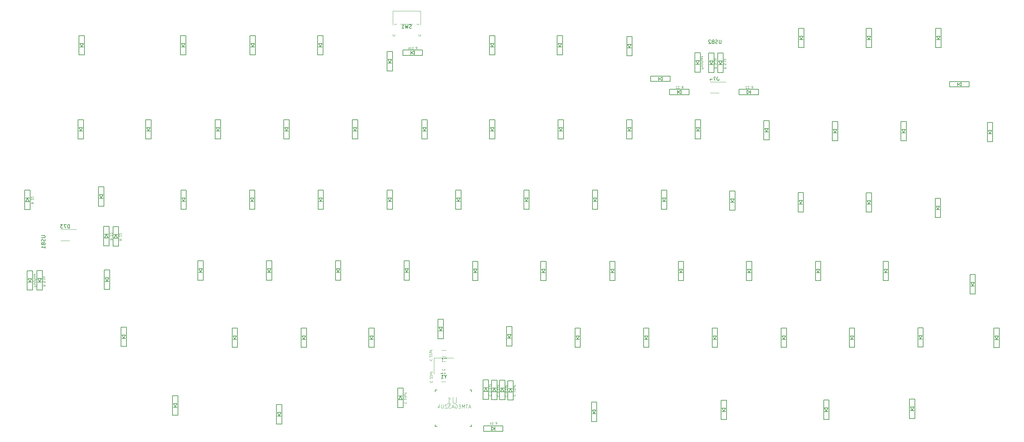
<source format=gbo>
%TF.GenerationSoftware,KiCad,Pcbnew,(5.1.6)-1*%
%TF.CreationDate,2020-07-30T22:43:25+09:00*%
%TF.ProjectId,keyboard_v2,6b657962-6f61-4726-945f-76322e6b6963,rev?*%
%TF.SameCoordinates,Original*%
%TF.FileFunction,Legend,Bot*%
%TF.FilePolarity,Positive*%
%FSLAX46Y46*%
G04 Gerber Fmt 4.6, Leading zero omitted, Abs format (unit mm)*
G04 Created by KiCad (PCBNEW (5.1.6)-1) date 2020-07-30 22:43:25*
%MOMM*%
%LPD*%
G01*
G04 APERTURE LIST*
%ADD10C,0.100000*%
%ADD11C,0.120000*%
%ADD12C,0.150000*%
%ADD13C,0.152400*%
%ADD14C,0.050000*%
%ADD15R,0.600000X2.450000*%
%ADD16R,0.300000X2.450000*%
%ADD17C,0.650000*%
%ADD18C,2.250000*%
%ADD19R,0.950000X1.300000*%
%ADD20R,1.397000X1.397000*%
%ADD21C,1.397000*%
%ADD22C,5.000000*%
%ADD23R,0.508000X1.473200*%
%ADD24R,1.473200X0.508000*%
%ADD25R,2.800000X1.200000*%
%ADD26R,2.800000X1.000000*%
%ADD27R,1.300000X0.950000*%
%ADD28R,2.450000X0.300000*%
%ADD29R,2.450000X0.600000*%
%ADD30C,2.100000*%
%ADD31C,1.750000*%
%ADD32R,2.100000X1.800000*%
G04 APERTURE END LIST*
D10*
X441961428Y-24601428D02*
X442161428Y-24315714D01*
X442304285Y-24601428D02*
X442304285Y-24001428D01*
X442075714Y-24001428D01*
X442018571Y-24030000D01*
X441990000Y-24058571D01*
X441961428Y-24115714D01*
X441961428Y-24201428D01*
X441990000Y-24258571D01*
X442018571Y-24287142D01*
X442075714Y-24315714D01*
X442304285Y-24315714D01*
X440932857Y-24601428D02*
X441275714Y-24601428D01*
X441104285Y-24601428D02*
X441104285Y-24001428D01*
X441161428Y-24087142D01*
X441218571Y-24144285D01*
X441275714Y-24172857D01*
X440675714Y-24601428D02*
X440675714Y-24001428D01*
X440618571Y-24372857D02*
X440447142Y-24601428D01*
X440447142Y-24201428D02*
X440675714Y-24430000D01*
X444705714Y-16515714D02*
X444677142Y-16544285D01*
X444648571Y-16630000D01*
X444648571Y-16687142D01*
X444677142Y-16772857D01*
X444734285Y-16830000D01*
X444791428Y-16858571D01*
X444905714Y-16887142D01*
X444991428Y-16887142D01*
X445105714Y-16858571D01*
X445162857Y-16830000D01*
X445220000Y-16772857D01*
X445248571Y-16687142D01*
X445248571Y-16630000D01*
X445220000Y-16544285D01*
X445191428Y-16515714D01*
X445248571Y-15687142D02*
X445248571Y-15630000D01*
X445220000Y-15572857D01*
X445191428Y-15544285D01*
X445134285Y-15515714D01*
X445020000Y-15487142D01*
X444877142Y-15487142D01*
X444762857Y-15515714D01*
X444705714Y-15544285D01*
X444677142Y-15572857D01*
X444648571Y-15630000D01*
X444648571Y-15687142D01*
X444677142Y-15744285D01*
X444705714Y-15772857D01*
X444762857Y-15801428D01*
X444877142Y-15830000D01*
X445020000Y-15830000D01*
X445134285Y-15801428D01*
X445191428Y-15772857D01*
X445220000Y-15744285D01*
X445248571Y-15687142D01*
X444705714Y-15230000D02*
X444677142Y-15201428D01*
X444648571Y-15230000D01*
X444677142Y-15258571D01*
X444705714Y-15230000D01*
X444648571Y-15230000D01*
X444648571Y-14630000D02*
X444648571Y-14972857D01*
X444648571Y-14801428D02*
X445248571Y-14801428D01*
X445162857Y-14858571D01*
X445105714Y-14915714D01*
X445077142Y-14972857D01*
X445048571Y-14115714D02*
X444648571Y-14115714D01*
X445048571Y-14372857D02*
X444734285Y-14372857D01*
X444677142Y-14344285D01*
X444648571Y-14287142D01*
X444648571Y-14201428D01*
X444677142Y-14144285D01*
X444705714Y-14115714D01*
X444962857Y-13630000D02*
X444962857Y-13830000D01*
X444648571Y-13830000D02*
X445248571Y-13830000D01*
X445248571Y-13544285D01*
X442465714Y-16485714D02*
X442437142Y-16514285D01*
X442408571Y-16600000D01*
X442408571Y-16657142D01*
X442437142Y-16742857D01*
X442494285Y-16800000D01*
X442551428Y-16828571D01*
X442665714Y-16857142D01*
X442751428Y-16857142D01*
X442865714Y-16828571D01*
X442922857Y-16800000D01*
X442980000Y-16742857D01*
X443008571Y-16657142D01*
X443008571Y-16600000D01*
X442980000Y-16514285D01*
X442951428Y-16485714D01*
X443008571Y-15657142D02*
X443008571Y-15600000D01*
X442980000Y-15542857D01*
X442951428Y-15514285D01*
X442894285Y-15485714D01*
X442780000Y-15457142D01*
X442637142Y-15457142D01*
X442522857Y-15485714D01*
X442465714Y-15514285D01*
X442437142Y-15542857D01*
X442408571Y-15600000D01*
X442408571Y-15657142D01*
X442437142Y-15714285D01*
X442465714Y-15742857D01*
X442522857Y-15771428D01*
X442637142Y-15800000D01*
X442780000Y-15800000D01*
X442894285Y-15771428D01*
X442951428Y-15742857D01*
X442980000Y-15714285D01*
X443008571Y-15657142D01*
X442465714Y-15200000D02*
X442437142Y-15171428D01*
X442408571Y-15200000D01*
X442437142Y-15228571D01*
X442465714Y-15200000D01*
X442408571Y-15200000D01*
X442408571Y-14600000D02*
X442408571Y-14942857D01*
X442408571Y-14771428D02*
X443008571Y-14771428D01*
X442922857Y-14828571D01*
X442865714Y-14885714D01*
X442837142Y-14942857D01*
X442808571Y-14085714D02*
X442408571Y-14085714D01*
X442808571Y-14342857D02*
X442494285Y-14342857D01*
X442437142Y-14314285D01*
X442408571Y-14257142D01*
X442408571Y-14171428D01*
X442437142Y-14114285D01*
X442465714Y-14085714D01*
X442722857Y-13600000D02*
X442722857Y-13800000D01*
X442408571Y-13800000D02*
X443008571Y-13800000D01*
X443008571Y-13514285D01*
X440195714Y-16325714D02*
X440167142Y-16354285D01*
X440138571Y-16440000D01*
X440138571Y-16497142D01*
X440167142Y-16582857D01*
X440224285Y-16640000D01*
X440281428Y-16668571D01*
X440395714Y-16697142D01*
X440481428Y-16697142D01*
X440595714Y-16668571D01*
X440652857Y-16640000D01*
X440710000Y-16582857D01*
X440738571Y-16497142D01*
X440738571Y-16440000D01*
X440710000Y-16354285D01*
X440681428Y-16325714D01*
X440738571Y-15497142D02*
X440738571Y-15440000D01*
X440710000Y-15382857D01*
X440681428Y-15354285D01*
X440624285Y-15325714D01*
X440510000Y-15297142D01*
X440367142Y-15297142D01*
X440252857Y-15325714D01*
X440195714Y-15354285D01*
X440167142Y-15382857D01*
X440138571Y-15440000D01*
X440138571Y-15497142D01*
X440167142Y-15554285D01*
X440195714Y-15582857D01*
X440252857Y-15611428D01*
X440367142Y-15640000D01*
X440510000Y-15640000D01*
X440624285Y-15611428D01*
X440681428Y-15582857D01*
X440710000Y-15554285D01*
X440738571Y-15497142D01*
X440195714Y-15040000D02*
X440167142Y-15011428D01*
X440138571Y-15040000D01*
X440167142Y-15068571D01*
X440195714Y-15040000D01*
X440138571Y-15040000D01*
X440138571Y-14440000D02*
X440138571Y-14782857D01*
X440138571Y-14611428D02*
X440738571Y-14611428D01*
X440652857Y-14668571D01*
X440595714Y-14725714D01*
X440567142Y-14782857D01*
X440538571Y-13925714D02*
X440138571Y-13925714D01*
X440538571Y-14182857D02*
X440224285Y-14182857D01*
X440167142Y-14154285D01*
X440138571Y-14097142D01*
X440138571Y-14011428D01*
X440167142Y-13954285D01*
X440195714Y-13925714D01*
X440452857Y-13440000D02*
X440452857Y-13640000D01*
X440138571Y-13640000D02*
X440738571Y-13640000D01*
X440738571Y-13354285D01*
X446935714Y-16322857D02*
X446907142Y-16351428D01*
X446878571Y-16437142D01*
X446878571Y-16494285D01*
X446907142Y-16580000D01*
X446964285Y-16637142D01*
X447021428Y-16665714D01*
X447135714Y-16694285D01*
X447221428Y-16694285D01*
X447335714Y-16665714D01*
X447392857Y-16637142D01*
X447450000Y-16580000D01*
X447478571Y-16494285D01*
X447478571Y-16437142D01*
X447450000Y-16351428D01*
X447421428Y-16322857D01*
X446878571Y-15294285D02*
X446878571Y-15637142D01*
X446878571Y-15465714D02*
X447478571Y-15465714D01*
X447392857Y-15522857D01*
X447335714Y-15580000D01*
X447307142Y-15637142D01*
X447478571Y-14922857D02*
X447478571Y-14865714D01*
X447450000Y-14808571D01*
X447421428Y-14780000D01*
X447364285Y-14751428D01*
X447250000Y-14722857D01*
X447107142Y-14722857D01*
X446992857Y-14751428D01*
X446935714Y-14780000D01*
X446907142Y-14808571D01*
X446878571Y-14865714D01*
X446878571Y-14922857D01*
X446907142Y-14980000D01*
X446935714Y-15008571D01*
X446992857Y-15037142D01*
X447107142Y-15065714D01*
X447250000Y-15065714D01*
X447364285Y-15037142D01*
X447421428Y-15008571D01*
X447450000Y-14980000D01*
X447478571Y-14922857D01*
X447278571Y-14208571D02*
X446878571Y-14208571D01*
X447278571Y-14465714D02*
X446964285Y-14465714D01*
X446907142Y-14437142D01*
X446878571Y-14380000D01*
X446878571Y-14294285D01*
X446907142Y-14237142D01*
X446935714Y-14208571D01*
X447192857Y-13722857D02*
X447192857Y-13922857D01*
X446878571Y-13922857D02*
X447478571Y-13922857D01*
X447478571Y-13637142D01*
X423775714Y-12552857D02*
X423747142Y-12581428D01*
X423718571Y-12667142D01*
X423718571Y-12724285D01*
X423747142Y-12810000D01*
X423804285Y-12867142D01*
X423861428Y-12895714D01*
X423975714Y-12924285D01*
X424061428Y-12924285D01*
X424175714Y-12895714D01*
X424232857Y-12867142D01*
X424290000Y-12810000D01*
X424318571Y-12724285D01*
X424318571Y-12667142D01*
X424290000Y-12581428D01*
X424261428Y-12552857D01*
X424261428Y-11867142D02*
X424290000Y-11838571D01*
X424318571Y-11781428D01*
X424318571Y-11638571D01*
X424290000Y-11581428D01*
X424261428Y-11552857D01*
X424204285Y-11524285D01*
X424147142Y-11524285D01*
X424061428Y-11552857D01*
X423718571Y-11895714D01*
X423718571Y-11524285D01*
X424261428Y-11295714D02*
X424290000Y-11267142D01*
X424318571Y-11210000D01*
X424318571Y-11067142D01*
X424290000Y-11010000D01*
X424261428Y-10981428D01*
X424204285Y-10952857D01*
X424147142Y-10952857D01*
X424061428Y-10981428D01*
X423718571Y-11324285D01*
X423718571Y-10952857D01*
X424118571Y-10438571D02*
X423718571Y-10438571D01*
X424118571Y-10695714D02*
X423804285Y-10695714D01*
X423747142Y-10667142D01*
X423718571Y-10610000D01*
X423718571Y-10524285D01*
X423747142Y-10467142D01*
X423775714Y-10438571D01*
X424032857Y-9952857D02*
X424032857Y-10152857D01*
X423718571Y-10152857D02*
X424318571Y-10152857D01*
X424318571Y-9867142D01*
X423735714Y-6522857D02*
X423707142Y-6551428D01*
X423678571Y-6637142D01*
X423678571Y-6694285D01*
X423707142Y-6780000D01*
X423764285Y-6837142D01*
X423821428Y-6865714D01*
X423935714Y-6894285D01*
X424021428Y-6894285D01*
X424135714Y-6865714D01*
X424192857Y-6837142D01*
X424250000Y-6780000D01*
X424278571Y-6694285D01*
X424278571Y-6637142D01*
X424250000Y-6551428D01*
X424221428Y-6522857D01*
X424221428Y-5837142D02*
X424250000Y-5808571D01*
X424278571Y-5751428D01*
X424278571Y-5608571D01*
X424250000Y-5551428D01*
X424221428Y-5522857D01*
X424164285Y-5494285D01*
X424107142Y-5494285D01*
X424021428Y-5522857D01*
X423678571Y-5865714D01*
X423678571Y-5494285D01*
X424221428Y-5265714D02*
X424250000Y-5237142D01*
X424278571Y-5180000D01*
X424278571Y-5037142D01*
X424250000Y-4980000D01*
X424221428Y-4951428D01*
X424164285Y-4922857D01*
X424107142Y-4922857D01*
X424021428Y-4951428D01*
X423678571Y-5294285D01*
X423678571Y-4922857D01*
X424078571Y-4665714D02*
X423478571Y-4665714D01*
X424050000Y-4665714D02*
X424078571Y-4608571D01*
X424078571Y-4494285D01*
X424050000Y-4437142D01*
X424021428Y-4408571D01*
X423964285Y-4380000D01*
X423792857Y-4380000D01*
X423735714Y-4408571D01*
X423707142Y-4437142D01*
X423678571Y-4494285D01*
X423678571Y-4608571D01*
X423707142Y-4665714D01*
X423992857Y-3922857D02*
X423992857Y-4122857D01*
X423678571Y-4122857D02*
X424278571Y-4122857D01*
X424278571Y-3837142D01*
X416625714Y-18402857D02*
X416597142Y-18431428D01*
X416568571Y-18517142D01*
X416568571Y-18574285D01*
X416597142Y-18660000D01*
X416654285Y-18717142D01*
X416711428Y-18745714D01*
X416825714Y-18774285D01*
X416911428Y-18774285D01*
X417025714Y-18745714D01*
X417082857Y-18717142D01*
X417140000Y-18660000D01*
X417168571Y-18574285D01*
X417168571Y-18517142D01*
X417140000Y-18431428D01*
X417111428Y-18402857D01*
X416568571Y-17374285D02*
X416568571Y-17717142D01*
X416568571Y-17545714D02*
X417168571Y-17545714D01*
X417082857Y-17602857D01*
X417025714Y-17660000D01*
X416997142Y-17717142D01*
X417168571Y-17002857D02*
X417168571Y-16945714D01*
X417140000Y-16888571D01*
X417111428Y-16860000D01*
X417054285Y-16831428D01*
X416940000Y-16802857D01*
X416797142Y-16802857D01*
X416682857Y-16831428D01*
X416625714Y-16860000D01*
X416597142Y-16888571D01*
X416568571Y-16945714D01*
X416568571Y-17002857D01*
X416597142Y-17060000D01*
X416625714Y-17088571D01*
X416682857Y-17117142D01*
X416797142Y-17145714D01*
X416940000Y-17145714D01*
X417054285Y-17117142D01*
X417111428Y-17088571D01*
X417140000Y-17060000D01*
X417168571Y-17002857D01*
X416968571Y-16288571D02*
X416568571Y-16288571D01*
X416968571Y-16545714D02*
X416654285Y-16545714D01*
X416597142Y-16517142D01*
X416568571Y-16460000D01*
X416568571Y-16374285D01*
X416597142Y-16317142D01*
X416625714Y-16288571D01*
X416882857Y-15802857D02*
X416882857Y-16002857D01*
X416568571Y-16002857D02*
X417168571Y-16002857D01*
X417168571Y-15717142D01*
X419757142Y79668571D02*
X419957142Y79954285D01*
X420100000Y79668571D02*
X420100000Y80268571D01*
X419871428Y80268571D01*
X419814285Y80240000D01*
X419785714Y80211428D01*
X419757142Y80154285D01*
X419757142Y80068571D01*
X419785714Y80011428D01*
X419814285Y79982857D01*
X419871428Y79954285D01*
X420100000Y79954285D01*
X418728571Y79668571D02*
X419071428Y79668571D01*
X418900000Y79668571D02*
X418900000Y80268571D01*
X418957142Y80182857D01*
X419014285Y80125714D01*
X419071428Y80097142D01*
X418357142Y80268571D02*
X418300000Y80268571D01*
X418242857Y80240000D01*
X418214285Y80211428D01*
X418185714Y80154285D01*
X418157142Y80040000D01*
X418157142Y79897142D01*
X418185714Y79782857D01*
X418214285Y79725714D01*
X418242857Y79697142D01*
X418300000Y79668571D01*
X418357142Y79668571D01*
X418414285Y79697142D01*
X418442857Y79725714D01*
X418471428Y79782857D01*
X418500000Y79897142D01*
X418500000Y80040000D01*
X418471428Y80154285D01*
X418442857Y80211428D01*
X418414285Y80240000D01*
X418357142Y80268571D01*
X417900000Y79668571D02*
X417900000Y80268571D01*
X417842857Y79897142D02*
X417671428Y79668571D01*
X417671428Y80068571D02*
X417900000Y79840000D01*
X313678571Y13692857D02*
X314278571Y13692857D01*
X314278571Y13921428D01*
X314250000Y13978571D01*
X314221428Y14007142D01*
X314164285Y14035714D01*
X314078571Y14035714D01*
X314021428Y14007142D01*
X313992857Y13978571D01*
X313964285Y13921428D01*
X313964285Y13692857D01*
X313678571Y14378571D02*
X313707142Y14321428D01*
X313735714Y14292857D01*
X313792857Y14264285D01*
X313964285Y14264285D01*
X314021428Y14292857D01*
X314050000Y14321428D01*
X314078571Y14378571D01*
X314078571Y14464285D01*
X314050000Y14521428D01*
X314021428Y14550000D01*
X313964285Y14578571D01*
X313792857Y14578571D01*
X313735714Y14550000D01*
X313707142Y14521428D01*
X313678571Y14464285D01*
X313678571Y14378571D01*
X313678571Y14921428D02*
X313707142Y14864285D01*
X313764285Y14835714D01*
X314278571Y14835714D01*
X314078571Y15092857D02*
X313678571Y15235714D01*
X314078571Y15378571D02*
X313678571Y15235714D01*
X313535714Y15178571D01*
X313507142Y15150000D01*
X313478571Y15092857D01*
X314078571Y15521428D02*
X314078571Y15750000D01*
X313678571Y15607142D02*
X314192857Y15607142D01*
X314250000Y15635714D01*
X314278571Y15692857D01*
X314278571Y15750000D01*
X314078571Y16207142D02*
X313678571Y16207142D01*
X314078571Y15950000D02*
X313764285Y15950000D01*
X313707142Y15978571D01*
X313678571Y16035714D01*
X313678571Y16121428D01*
X313707142Y16178571D01*
X313735714Y16207142D01*
X313707142Y16464285D02*
X313678571Y16521428D01*
X313678571Y16635714D01*
X313707142Y16692857D01*
X313764285Y16721428D01*
X313792857Y16721428D01*
X313850000Y16692857D01*
X313878571Y16635714D01*
X313878571Y16550000D01*
X313907142Y16492857D01*
X313964285Y16464285D01*
X313992857Y16464285D01*
X314050000Y16492857D01*
X314078571Y16550000D01*
X314078571Y16635714D01*
X314050000Y16692857D01*
X313707142Y17207142D02*
X313678571Y17150000D01*
X313678571Y17035714D01*
X313707142Y16978571D01*
X313764285Y16950000D01*
X313992857Y16950000D01*
X314050000Y16978571D01*
X314078571Y17035714D01*
X314078571Y17150000D01*
X314050000Y17207142D01*
X313992857Y17235714D01*
X313935714Y17235714D01*
X313878571Y16950000D01*
X312948571Y37095714D02*
X313234285Y36895714D01*
X312948571Y36752857D02*
X313548571Y36752857D01*
X313548571Y36981428D01*
X313520000Y37038571D01*
X313491428Y37067142D01*
X313434285Y37095714D01*
X313348571Y37095714D01*
X313291428Y37067142D01*
X313262857Y37038571D01*
X313234285Y36981428D01*
X313234285Y36752857D01*
X313491428Y37781428D02*
X313520000Y37810000D01*
X313548571Y37867142D01*
X313548571Y38010000D01*
X313520000Y38067142D01*
X313491428Y38095714D01*
X313434285Y38124285D01*
X313377142Y38124285D01*
X313291428Y38095714D01*
X312948571Y37752857D01*
X312948571Y38124285D01*
X313491428Y38352857D02*
X313520000Y38381428D01*
X313548571Y38438571D01*
X313548571Y38581428D01*
X313520000Y38638571D01*
X313491428Y38667142D01*
X313434285Y38695714D01*
X313377142Y38695714D01*
X313291428Y38667142D01*
X312948571Y38324285D01*
X312948571Y38695714D01*
X316178571Y14160000D02*
X316464285Y13960000D01*
X316178571Y13817142D02*
X316778571Y13817142D01*
X316778571Y14045714D01*
X316750000Y14102857D01*
X316721428Y14131428D01*
X316664285Y14160000D01*
X316578571Y14160000D01*
X316521428Y14131428D01*
X316492857Y14102857D01*
X316464285Y14045714D01*
X316464285Y13817142D01*
X316778571Y15160000D02*
X316778571Y14874285D01*
X316492857Y14845714D01*
X316521428Y14874285D01*
X316550000Y14931428D01*
X316550000Y15074285D01*
X316521428Y15131428D01*
X316492857Y15160000D01*
X316435714Y15188571D01*
X316292857Y15188571D01*
X316235714Y15160000D01*
X316207142Y15131428D01*
X316178571Y15074285D01*
X316178571Y14931428D01*
X316207142Y14874285D01*
X316235714Y14845714D01*
X316235714Y15445714D02*
X316207142Y15474285D01*
X316178571Y15445714D01*
X316207142Y15417142D01*
X316235714Y15445714D01*
X316178571Y15445714D01*
X316178571Y16045714D02*
X316178571Y15702857D01*
X316178571Y15874285D02*
X316778571Y15874285D01*
X316692857Y15817142D01*
X316635714Y15760000D01*
X316607142Y15702857D01*
X316178571Y16302857D02*
X316778571Y16302857D01*
X316407142Y16360000D02*
X316178571Y16531428D01*
X316578571Y16531428D02*
X316350000Y16302857D01*
X334808571Y27065714D02*
X335094285Y26865714D01*
X334808571Y26722857D02*
X335408571Y26722857D01*
X335408571Y26951428D01*
X335380000Y27008571D01*
X335351428Y27037142D01*
X335294285Y27065714D01*
X335208571Y27065714D01*
X335151428Y27037142D01*
X335122857Y27008571D01*
X335094285Y26951428D01*
X335094285Y26722857D01*
X335351428Y27751428D02*
X335380000Y27780000D01*
X335408571Y27837142D01*
X335408571Y27980000D01*
X335380000Y28037142D01*
X335351428Y28065714D01*
X335294285Y28094285D01*
X335237142Y28094285D01*
X335151428Y28065714D01*
X334808571Y27722857D01*
X334808571Y28094285D01*
X335351428Y28322857D02*
X335380000Y28351428D01*
X335408571Y28408571D01*
X335408571Y28551428D01*
X335380000Y28608571D01*
X335351428Y28637142D01*
X335294285Y28665714D01*
X335237142Y28665714D01*
X335151428Y28637142D01*
X334808571Y28294285D01*
X334808571Y28665714D01*
X337408571Y26915714D02*
X337694285Y26715714D01*
X337408571Y26572857D02*
X338008571Y26572857D01*
X338008571Y26801428D01*
X337980000Y26858571D01*
X337951428Y26887142D01*
X337894285Y26915714D01*
X337808571Y26915714D01*
X337751428Y26887142D01*
X337722857Y26858571D01*
X337694285Y26801428D01*
X337694285Y26572857D01*
X337951428Y27601428D02*
X337980000Y27630000D01*
X338008571Y27687142D01*
X338008571Y27830000D01*
X337980000Y27887142D01*
X337951428Y27915714D01*
X337894285Y27944285D01*
X337837142Y27944285D01*
X337751428Y27915714D01*
X337408571Y27572857D01*
X337408571Y27944285D01*
X337951428Y28172857D02*
X337980000Y28201428D01*
X338008571Y28258571D01*
X338008571Y28401428D01*
X337980000Y28458571D01*
X337951428Y28487142D01*
X337894285Y28515714D01*
X337837142Y28515714D01*
X337751428Y28487142D01*
X337408571Y28144285D01*
X337408571Y28515714D01*
X493684285Y68808571D02*
X493884285Y69094285D01*
X494027142Y68808571D02*
X494027142Y69408571D01*
X493798571Y69408571D01*
X493741428Y69380000D01*
X493712857Y69351428D01*
X493684285Y69294285D01*
X493684285Y69208571D01*
X493712857Y69151428D01*
X493741428Y69122857D01*
X493798571Y69094285D01*
X494027142Y69094285D01*
X492998571Y69351428D02*
X492970000Y69380000D01*
X492912857Y69408571D01*
X492770000Y69408571D01*
X492712857Y69380000D01*
X492684285Y69351428D01*
X492655714Y69294285D01*
X492655714Y69237142D01*
X492684285Y69151428D01*
X493027142Y68808571D01*
X492655714Y68808571D01*
X492427142Y69351428D02*
X492398571Y69380000D01*
X492341428Y69408571D01*
X492198571Y69408571D01*
X492141428Y69380000D01*
X492112857Y69351428D01*
X492084285Y69294285D01*
X492084285Y69237142D01*
X492112857Y69151428D01*
X492455714Y68808571D01*
X492084285Y68808571D01*
X513044285Y68788571D02*
X513244285Y69074285D01*
X513387142Y68788571D02*
X513387142Y69388571D01*
X513158571Y69388571D01*
X513101428Y69360000D01*
X513072857Y69331428D01*
X513044285Y69274285D01*
X513044285Y69188571D01*
X513072857Y69131428D01*
X513101428Y69102857D01*
X513158571Y69074285D01*
X513387142Y69074285D01*
X512358571Y69331428D02*
X512330000Y69360000D01*
X512272857Y69388571D01*
X512130000Y69388571D01*
X512072857Y69360000D01*
X512044285Y69331428D01*
X512015714Y69274285D01*
X512015714Y69217142D01*
X512044285Y69131428D01*
X512387142Y68788571D01*
X512015714Y68788571D01*
X511787142Y69331428D02*
X511758571Y69360000D01*
X511701428Y69388571D01*
X511558571Y69388571D01*
X511501428Y69360000D01*
X511472857Y69331428D01*
X511444285Y69274285D01*
X511444285Y69217142D01*
X511472857Y69131428D01*
X511815714Y68788571D01*
X511444285Y68788571D01*
X499028571Y74202857D02*
X499628571Y74202857D01*
X499628571Y74431428D01*
X499600000Y74488571D01*
X499571428Y74517142D01*
X499514285Y74545714D01*
X499428571Y74545714D01*
X499371428Y74517142D01*
X499342857Y74488571D01*
X499314285Y74431428D01*
X499314285Y74202857D01*
X499028571Y74888571D02*
X499057142Y74831428D01*
X499085714Y74802857D01*
X499142857Y74774285D01*
X499314285Y74774285D01*
X499371428Y74802857D01*
X499400000Y74831428D01*
X499428571Y74888571D01*
X499428571Y74974285D01*
X499400000Y75031428D01*
X499371428Y75060000D01*
X499314285Y75088571D01*
X499142857Y75088571D01*
X499085714Y75060000D01*
X499057142Y75031428D01*
X499028571Y74974285D01*
X499028571Y74888571D01*
X499028571Y75431428D02*
X499057142Y75374285D01*
X499114285Y75345714D01*
X499628571Y75345714D01*
X499428571Y75602857D02*
X499028571Y75745714D01*
X499428571Y75888571D02*
X499028571Y75745714D01*
X498885714Y75688571D01*
X498857142Y75660000D01*
X498828571Y75602857D01*
X499428571Y76031428D02*
X499428571Y76260000D01*
X499028571Y76117142D02*
X499542857Y76117142D01*
X499600000Y76145714D01*
X499628571Y76202857D01*
X499628571Y76260000D01*
X499428571Y76717142D02*
X499028571Y76717142D01*
X499428571Y76460000D02*
X499114285Y76460000D01*
X499057142Y76488571D01*
X499028571Y76545714D01*
X499028571Y76631428D01*
X499057142Y76688571D01*
X499085714Y76717142D01*
X499057142Y76974285D02*
X499028571Y77031428D01*
X499028571Y77145714D01*
X499057142Y77202857D01*
X499114285Y77231428D01*
X499142857Y77231428D01*
X499200000Y77202857D01*
X499228571Y77145714D01*
X499228571Y77060000D01*
X499257142Y77002857D01*
X499314285Y76974285D01*
X499342857Y76974285D01*
X499400000Y77002857D01*
X499428571Y77060000D01*
X499428571Y77145714D01*
X499400000Y77202857D01*
X499057142Y77717142D02*
X499028571Y77660000D01*
X499028571Y77545714D01*
X499057142Y77488571D01*
X499114285Y77460000D01*
X499342857Y77460000D01*
X499400000Y77488571D01*
X499428571Y77545714D01*
X499428571Y77660000D01*
X499400000Y77717142D01*
X499342857Y77745714D01*
X499285714Y77745714D01*
X499228571Y77460000D01*
X502728571Y74740000D02*
X503014285Y74540000D01*
X502728571Y74397142D02*
X503328571Y74397142D01*
X503328571Y74625714D01*
X503300000Y74682857D01*
X503271428Y74711428D01*
X503214285Y74740000D01*
X503128571Y74740000D01*
X503071428Y74711428D01*
X503042857Y74682857D01*
X503014285Y74625714D01*
X503014285Y74397142D01*
X503328571Y75740000D02*
X503328571Y75454285D01*
X503042857Y75425714D01*
X503071428Y75454285D01*
X503100000Y75511428D01*
X503100000Y75654285D01*
X503071428Y75711428D01*
X503042857Y75740000D01*
X502985714Y75768571D01*
X502842857Y75768571D01*
X502785714Y75740000D01*
X502757142Y75711428D01*
X502728571Y75654285D01*
X502728571Y75511428D01*
X502757142Y75454285D01*
X502785714Y75425714D01*
X502785714Y76025714D02*
X502757142Y76054285D01*
X502728571Y76025714D01*
X502757142Y75997142D01*
X502785714Y76025714D01*
X502728571Y76025714D01*
X502728571Y76625714D02*
X502728571Y76282857D01*
X502728571Y76454285D02*
X503328571Y76454285D01*
X503242857Y76397142D01*
X503185714Y76340000D01*
X503157142Y76282857D01*
X502728571Y76882857D02*
X503328571Y76882857D01*
X502957142Y76940000D02*
X502728571Y77111428D01*
X503128571Y77111428D02*
X502900000Y76882857D01*
X505338571Y74650000D02*
X505624285Y74450000D01*
X505338571Y74307142D02*
X505938571Y74307142D01*
X505938571Y74535714D01*
X505910000Y74592857D01*
X505881428Y74621428D01*
X505824285Y74650000D01*
X505738571Y74650000D01*
X505681428Y74621428D01*
X505652857Y74592857D01*
X505624285Y74535714D01*
X505624285Y74307142D01*
X505938571Y75650000D02*
X505938571Y75364285D01*
X505652857Y75335714D01*
X505681428Y75364285D01*
X505710000Y75421428D01*
X505710000Y75564285D01*
X505681428Y75621428D01*
X505652857Y75650000D01*
X505595714Y75678571D01*
X505452857Y75678571D01*
X505395714Y75650000D01*
X505367142Y75621428D01*
X505338571Y75564285D01*
X505338571Y75421428D01*
X505367142Y75364285D01*
X505395714Y75335714D01*
X505395714Y75935714D02*
X505367142Y75964285D01*
X505338571Y75935714D01*
X505367142Y75907142D01*
X505395714Y75935714D01*
X505338571Y75935714D01*
X505338571Y76535714D02*
X505338571Y76192857D01*
X505338571Y76364285D02*
X505938571Y76364285D01*
X505852857Y76307142D01*
X505795714Y76250000D01*
X505767142Y76192857D01*
X505338571Y76792857D02*
X505938571Y76792857D01*
X505567142Y76850000D02*
X505338571Y77021428D01*
X505738571Y77021428D02*
X505510000Y76792857D01*
D11*
%TO.C,C1*%
X426995436Y-5840000D02*
X428199564Y-5840000D01*
X426995436Y-4020000D02*
X428199564Y-4020000D01*
D12*
%TO.C,R1*%
X334600000Y25030000D02*
X333100000Y25030000D01*
X334600000Y30430000D02*
X334600000Y25030000D01*
X333100000Y30430000D02*
X334600000Y30430000D01*
X333100000Y25030000D02*
X333100000Y30430000D01*
X333350000Y28230000D02*
X334350000Y28230000D01*
X334350000Y27230000D02*
X333850000Y28130000D01*
X333350000Y27230000D02*
X334350000Y27230000D01*
X333850000Y28130000D02*
X333350000Y27230000D01*
D13*
%TO.C,U1*%
X425180600Y-15550600D02*
X425180600Y-15068000D01*
X425180600Y-25177200D02*
X425180600Y-24694600D01*
X435289800Y-25177200D02*
X434807200Y-25177200D01*
X435289800Y-15068000D02*
X435289800Y-15550600D01*
X425180600Y-15068000D02*
X425663200Y-15068000D01*
X434807200Y-15068000D02*
X435289800Y-15068000D01*
X435289800Y-24694600D02*
X435289800Y-25177200D01*
X425663200Y-25177200D02*
X425180600Y-25177200D01*
D11*
%TO.C,D74*%
X501522200Y70574400D02*
X505922200Y70574400D01*
X501522200Y67474400D02*
X504022200Y67474400D01*
D12*
%TO.C,R8*%
X441712300Y-25768300D02*
X440812300Y-25268300D01*
X440812300Y-25268300D02*
X440812300Y-26268300D01*
X440812300Y-26268300D02*
X441712300Y-25768300D01*
X441812300Y-25268300D02*
X441812300Y-26268300D01*
X438612300Y-25018300D02*
X444012300Y-25018300D01*
X444012300Y-25018300D02*
X444012300Y-26518300D01*
X444012300Y-26518300D02*
X438612300Y-26518300D01*
X438612300Y-26518300D02*
X438612300Y-25018300D01*
%TO.C,C3*%
X416258440Y-19946600D02*
X414758440Y-19946600D01*
X416258440Y-14546600D02*
X416258440Y-19946600D01*
X414758440Y-14546600D02*
X416258440Y-14546600D01*
X414758440Y-19946600D02*
X414758440Y-14546600D01*
X415008440Y-16746600D02*
X416008440Y-16746600D01*
X416008440Y-17746600D02*
X415508440Y-16846600D01*
X415008440Y-17746600D02*
X416008440Y-17746600D01*
X415508440Y-16846600D02*
X415008440Y-17746600D01*
%TO.C,R2*%
X337180000Y24930000D02*
X335680000Y24930000D01*
X337180000Y30330000D02*
X337180000Y24930000D01*
X335680000Y30330000D02*
X337180000Y30330000D01*
X335680000Y24930000D02*
X335680000Y30330000D01*
X335930000Y28130000D02*
X336930000Y28130000D01*
X336930000Y27130000D02*
X336430000Y28030000D01*
X335930000Y27130000D02*
X336930000Y27130000D01*
X336430000Y28030000D02*
X335930000Y27130000D01*
%TO.C,D5*%
X411832200Y78995800D02*
X413332200Y78995800D01*
X411832200Y73595800D02*
X411832200Y78995800D01*
X413332200Y73595800D02*
X411832200Y73595800D01*
X413332200Y78995800D02*
X413332200Y73595800D01*
X413082200Y75795800D02*
X412082200Y75795800D01*
X412082200Y76795800D02*
X412582200Y75895800D01*
X413082200Y76795800D02*
X412082200Y76795800D01*
X412582200Y75895800D02*
X413082200Y76795800D01*
%TO.C,R7*%
X509577200Y67011400D02*
X509577200Y68511400D01*
X514977200Y67011400D02*
X509577200Y67011400D01*
X514977200Y68511400D02*
X514977200Y67011400D01*
X509577200Y68511400D02*
X514977200Y68511400D01*
X512777200Y68261400D02*
X512777200Y67261400D01*
X511777200Y67261400D02*
X512677200Y67761400D01*
X511777200Y68261400D02*
X511777200Y67261400D01*
X512677200Y67761400D02*
X511777200Y68261400D01*
%TO.C,D45*%
X435555800Y20731200D02*
X437055800Y20731200D01*
X435555800Y15331200D02*
X435555800Y20731200D01*
X437055800Y15331200D02*
X435555800Y15331200D01*
X437055800Y20731200D02*
X437055800Y15331200D01*
X436805800Y17531200D02*
X435805800Y17531200D01*
X435805800Y18531200D02*
X436305800Y17631200D01*
X436805800Y18531200D02*
X435805800Y18531200D01*
X436305800Y17631200D02*
X436805800Y18531200D01*
%TO.C,D44*%
X416505800Y20852200D02*
X418005800Y20852200D01*
X416505800Y15452200D02*
X416505800Y20852200D01*
X418005800Y15452200D02*
X416505800Y15452200D01*
X418005800Y20852200D02*
X418005800Y15452200D01*
X417755800Y17652200D02*
X416755800Y17652200D01*
X416755800Y18652200D02*
X417255800Y17752200D01*
X417755800Y18652200D02*
X416755800Y18652200D01*
X417255800Y17752200D02*
X417755800Y18652200D01*
%TO.C,D41*%
X359228800Y20855200D02*
X360728800Y20855200D01*
X359228800Y15455200D02*
X359228800Y20855200D01*
X360728800Y15455200D02*
X359228800Y15455200D01*
X360728800Y20855200D02*
X360728800Y15455200D01*
X360478800Y17655200D02*
X359478800Y17655200D01*
X359478800Y18655200D02*
X359978800Y17755200D01*
X360478800Y18655200D02*
X359478800Y18655200D01*
X359978800Y17755200D02*
X360478800Y18655200D01*
%TO.C,D42*%
X378278800Y20855200D02*
X379778800Y20855200D01*
X378278800Y15455200D02*
X378278800Y20855200D01*
X379778800Y15455200D02*
X378278800Y15455200D01*
X379778800Y20855200D02*
X379778800Y15455200D01*
X379528800Y17655200D02*
X378528800Y17655200D01*
X378528800Y18655200D02*
X379028800Y17755200D01*
X379528800Y18655200D02*
X378528800Y18655200D01*
X379028800Y17755200D02*
X379528800Y18655200D01*
%TO.C,D40*%
X564079800Y38254200D02*
X565579800Y38254200D01*
X564079800Y32854200D02*
X564079800Y38254200D01*
X565579800Y32854200D02*
X564079800Y32854200D01*
X565579800Y38254200D02*
X565579800Y32854200D01*
X565329800Y35054200D02*
X564329800Y35054200D01*
X564329800Y36054200D02*
X564829800Y35154200D01*
X565329800Y36054200D02*
X564329800Y36054200D01*
X564829800Y35154200D02*
X565329800Y36054200D01*
%TO.C,D39*%
X544902800Y39778200D02*
X546402800Y39778200D01*
X544902800Y34378200D02*
X544902800Y39778200D01*
X546402800Y34378200D02*
X544902800Y34378200D01*
X546402800Y39778200D02*
X546402800Y34378200D01*
X546152800Y36578200D02*
X545152800Y36578200D01*
X545152800Y37578200D02*
X545652800Y36678200D01*
X546152800Y37578200D02*
X545152800Y37578200D01*
X545652800Y36678200D02*
X546152800Y37578200D01*
%TO.C,D43*%
X397455800Y20855200D02*
X398955800Y20855200D01*
X397455800Y15455200D02*
X397455800Y20855200D01*
X398955800Y15455200D02*
X397455800Y15455200D01*
X398955800Y20855200D02*
X398955800Y15455200D01*
X398705800Y17655200D02*
X397705800Y17655200D01*
X397705800Y18655200D02*
X398205800Y17755200D01*
X398705800Y18655200D02*
X397705800Y18655200D01*
X398205800Y17755200D02*
X398705800Y18655200D01*
%TO.C,D37*%
X506993300Y40283200D02*
X508493300Y40283200D01*
X506993300Y34883200D02*
X506993300Y40283200D01*
X508493300Y34883200D02*
X506993300Y34883200D01*
X508493300Y40283200D02*
X508493300Y34883200D01*
X508243300Y37083200D02*
X507243300Y37083200D01*
X507243300Y38083200D02*
X507743300Y37183200D01*
X508243300Y38083200D02*
X507243300Y38083200D01*
X507743300Y37183200D02*
X508243300Y38083200D01*
%TO.C,D27*%
X578557800Y59336200D02*
X580057800Y59336200D01*
X578557800Y53936200D02*
X578557800Y59336200D01*
X580057800Y53936200D02*
X578557800Y53936200D01*
X580057800Y59336200D02*
X580057800Y53936200D01*
X579807800Y56136200D02*
X578807800Y56136200D01*
X578807800Y57136200D02*
X579307800Y56236200D01*
X579807800Y57136200D02*
X578807800Y57136200D01*
X579307800Y56236200D02*
X579807800Y57136200D01*
%TO.C,D30*%
X373579800Y40540200D02*
X375079800Y40540200D01*
X373579800Y35140200D02*
X373579800Y40540200D01*
X375079800Y35140200D02*
X373579800Y35140200D01*
X375079800Y40540200D02*
X375079800Y35140200D01*
X374829800Y37340200D02*
X373829800Y37340200D01*
X373829800Y38340200D02*
X374329800Y37440200D01*
X374829800Y38340200D02*
X373829800Y38340200D01*
X374329800Y37440200D02*
X374829800Y38340200D01*
%TO.C,D24*%
X516454800Y59844200D02*
X517954800Y59844200D01*
X516454800Y54444200D02*
X516454800Y59844200D01*
X517954800Y54444200D02*
X516454800Y54444200D01*
X517954800Y59844200D02*
X517954800Y54444200D01*
X517704800Y56644200D02*
X516704800Y56644200D01*
X516704800Y57644200D02*
X517204800Y56744200D01*
X517704800Y57644200D02*
X516704800Y57644200D01*
X517204800Y56744200D02*
X517704800Y57644200D01*
%TO.C,D25*%
X535504800Y59590200D02*
X537004800Y59590200D01*
X535504800Y54190200D02*
X535504800Y59590200D01*
X537004800Y54190200D02*
X535504800Y54190200D01*
X537004800Y59590200D02*
X537004800Y54190200D01*
X536754800Y56390200D02*
X535754800Y56390200D01*
X535754800Y57390200D02*
X536254800Y56490200D01*
X536754800Y57390200D02*
X535754800Y57390200D01*
X536254800Y56490200D02*
X536754800Y57390200D01*
%TO.C,D23*%
X497404800Y60098200D02*
X498904800Y60098200D01*
X497404800Y54698200D02*
X497404800Y60098200D01*
X498904800Y54698200D02*
X497404800Y54698200D01*
X498904800Y60098200D02*
X498904800Y54698200D01*
X498654800Y56898200D02*
X497654800Y56898200D01*
X497654800Y57898200D02*
X498154800Y56998200D01*
X498654800Y57898200D02*
X497654800Y57898200D01*
X498154800Y56998200D02*
X498654800Y57898200D01*
%TO.C,D29*%
X354529800Y40540200D02*
X356029800Y40540200D01*
X354529800Y35140200D02*
X354529800Y40540200D01*
X356029800Y35140200D02*
X354529800Y35140200D01*
X356029800Y40540200D02*
X356029800Y35140200D01*
X355779800Y37340200D02*
X354779800Y37340200D01*
X354779800Y38340200D02*
X355279800Y37440200D01*
X355779800Y38340200D02*
X354779800Y38340200D01*
X355279800Y37440200D02*
X355779800Y38340200D01*
%TO.C,D26*%
X554554800Y59590200D02*
X556054800Y59590200D01*
X554554800Y54190200D02*
X554554800Y59590200D01*
X556054800Y54190200D02*
X554554800Y54190200D01*
X556054800Y59590200D02*
X556054800Y54190200D01*
X555804800Y56390200D02*
X554804800Y56390200D01*
X554804800Y57390200D02*
X555304800Y56490200D01*
X555804800Y57390200D02*
X554804800Y57390200D01*
X555304800Y56490200D02*
X555804800Y57390200D01*
%TO.C,D22*%
X478354800Y60098200D02*
X479854800Y60098200D01*
X478354800Y54698200D02*
X478354800Y60098200D01*
X479854800Y54698200D02*
X478354800Y54698200D01*
X479854800Y60098200D02*
X479854800Y54698200D01*
X479604800Y56898200D02*
X478604800Y56898200D01*
X478604800Y57898200D02*
X479104800Y56998200D01*
X479604800Y57898200D02*
X478604800Y57898200D01*
X479104800Y56998200D02*
X479604800Y57898200D01*
%TO.C,D21*%
X459304800Y60098200D02*
X460804800Y60098200D01*
X459304800Y54698200D02*
X459304800Y60098200D01*
X460804800Y54698200D02*
X459304800Y54698200D01*
X460804800Y60098200D02*
X460804800Y54698200D01*
X460554800Y56898200D02*
X459554800Y56898200D01*
X459554800Y57898200D02*
X460054800Y56998200D01*
X460554800Y57898200D02*
X459554800Y57898200D01*
X460054800Y56998200D02*
X460554800Y57898200D01*
%TO.C,D20*%
X440254800Y60098200D02*
X441754800Y60098200D01*
X440254800Y54698200D02*
X440254800Y60098200D01*
X441754800Y54698200D02*
X440254800Y54698200D01*
X441754800Y60098200D02*
X441754800Y54698200D01*
X441504800Y56898200D02*
X440504800Y56898200D01*
X440504800Y57898200D02*
X441004800Y56998200D01*
X441504800Y57898200D02*
X440504800Y57898200D01*
X441004800Y56998200D02*
X441504800Y57898200D01*
%TO.C,D19*%
X421458800Y60098200D02*
X422958800Y60098200D01*
X421458800Y54698200D02*
X421458800Y60098200D01*
X422958800Y54698200D02*
X421458800Y54698200D01*
X422958800Y60098200D02*
X422958800Y54698200D01*
X422708800Y56898200D02*
X421708800Y56898200D01*
X421708800Y57898200D02*
X422208800Y56998200D01*
X422708800Y57898200D02*
X421708800Y57898200D01*
X422208800Y56998200D02*
X422708800Y57898200D01*
%TO.C,D28*%
X331650000Y41400000D02*
X333150000Y41400000D01*
X331650000Y36000000D02*
X331650000Y41400000D01*
X333150000Y36000000D02*
X331650000Y36000000D01*
X333150000Y41400000D02*
X333150000Y36000000D01*
X332900000Y38200000D02*
X331900000Y38200000D01*
X331900000Y39200000D02*
X332400000Y38300000D01*
X332900000Y39200000D02*
X331900000Y39200000D01*
X332400000Y38300000D02*
X332900000Y39200000D01*
%TO.C,D18*%
X402154800Y60098200D02*
X403654800Y60098200D01*
X402154800Y54698200D02*
X402154800Y60098200D01*
X403654800Y54698200D02*
X402154800Y54698200D01*
X403654800Y60098200D02*
X403654800Y54698200D01*
X403404800Y56898200D02*
X402404800Y56898200D01*
X402404800Y57898200D02*
X402904800Y56998200D01*
X403404800Y57898200D02*
X402404800Y57898200D01*
X402904800Y56998200D02*
X403404800Y57898200D01*
%TO.C,D32*%
X411806800Y40540200D02*
X413306800Y40540200D01*
X411806800Y35140200D02*
X411806800Y40540200D01*
X413306800Y35140200D02*
X411806800Y35140200D01*
X413306800Y40540200D02*
X413306800Y35140200D01*
X413056800Y37340200D02*
X412056800Y37340200D01*
X412056800Y38340200D02*
X412556800Y37440200D01*
X413056800Y38340200D02*
X412056800Y38340200D01*
X412556800Y37440200D02*
X413056800Y38340200D01*
%TO.C,D38*%
X525979800Y39841700D02*
X527479800Y39841700D01*
X525979800Y34441700D02*
X525979800Y39841700D01*
X527479800Y34441700D02*
X525979800Y34441700D01*
X527479800Y39841700D02*
X527479800Y34441700D01*
X527229800Y36641700D02*
X526229800Y36641700D01*
X526229800Y37641700D02*
X526729800Y36741700D01*
X527229800Y37641700D02*
X526229800Y37641700D01*
X526729800Y36741700D02*
X527229800Y37641700D01*
%TO.C,D31*%
X392629800Y40540200D02*
X394129800Y40540200D01*
X392629800Y35140200D02*
X392629800Y40540200D01*
X394129800Y35140200D02*
X392629800Y35140200D01*
X394129800Y40540200D02*
X394129800Y35140200D01*
X393879800Y37340200D02*
X392879800Y37340200D01*
X392879800Y38340200D02*
X393379800Y37440200D01*
X393879800Y38340200D02*
X392879800Y38340200D01*
X393379800Y37440200D02*
X393879800Y38340200D01*
%TO.C,D33*%
X430856800Y40540200D02*
X432356800Y40540200D01*
X430856800Y35140200D02*
X430856800Y40540200D01*
X432356800Y35140200D02*
X430856800Y35140200D01*
X432356800Y40540200D02*
X432356800Y35140200D01*
X432106800Y37340200D02*
X431106800Y37340200D01*
X431106800Y38340200D02*
X431606800Y37440200D01*
X432106800Y38340200D02*
X431106800Y38340200D01*
X431606800Y37440200D02*
X432106800Y38340200D01*
%TO.C,D2*%
X354402800Y83466200D02*
X355902800Y83466200D01*
X354402800Y78066200D02*
X354402800Y83466200D01*
X355902800Y78066200D02*
X354402800Y78066200D01*
X355902800Y83466200D02*
X355902800Y78066200D01*
X355652800Y80266200D02*
X354652800Y80266200D01*
X354652800Y81266200D02*
X355152800Y80366200D01*
X355652800Y81266200D02*
X354652800Y81266200D01*
X355152800Y80366200D02*
X355652800Y81266200D01*
%TO.C,D13*%
X573524200Y70670400D02*
X573524200Y69170400D01*
X568124200Y70670400D02*
X573524200Y70670400D01*
X568124200Y69170400D02*
X568124200Y70670400D01*
X573524200Y69170400D02*
X568124200Y69170400D01*
X570324200Y69420400D02*
X570324200Y70420400D01*
X571324200Y70420400D02*
X570424200Y69920400D01*
X571324200Y69420400D02*
X571324200Y70420400D01*
X570424200Y69920400D02*
X571324200Y69420400D01*
%TO.C,D17*%
X383104800Y60098200D02*
X384604800Y60098200D01*
X383104800Y54698200D02*
X383104800Y60098200D01*
X384604800Y54698200D02*
X383104800Y54698200D01*
X384604800Y60098200D02*
X384604800Y54698200D01*
X384354800Y56898200D02*
X383354800Y56898200D01*
X383354800Y57898200D02*
X383854800Y56998200D01*
X384354800Y57898200D02*
X383354800Y57898200D01*
X383854800Y56998200D02*
X384354800Y57898200D01*
%TO.C,D8*%
X478393060Y83212920D02*
X479893060Y83212920D01*
X478393060Y77812920D02*
X478393060Y83212920D01*
X479893060Y77812920D02*
X478393060Y77812920D01*
X479893060Y83212920D02*
X479893060Y77812920D01*
X479643060Y80012920D02*
X478643060Y80012920D01*
X478643060Y81012920D02*
X479143060Y80112920D01*
X479643060Y81012920D02*
X478643060Y81012920D01*
X479143060Y80112920D02*
X479643060Y81012920D01*
%TO.C,D3*%
X373732200Y83466200D02*
X375232200Y83466200D01*
X373732200Y78066200D02*
X373732200Y83466200D01*
X375232200Y78066200D02*
X373732200Y78066200D01*
X375232200Y83466200D02*
X375232200Y78066200D01*
X374982200Y80266200D02*
X373982200Y80266200D01*
X373982200Y81266200D02*
X374482200Y80366200D01*
X374982200Y81266200D02*
X373982200Y81266200D01*
X374482200Y80366200D02*
X374982200Y81266200D01*
%TO.C,D6*%
X440254800Y83466200D02*
X441754800Y83466200D01*
X440254800Y78066200D02*
X440254800Y83466200D01*
X441754800Y78066200D02*
X440254800Y78066200D01*
X441754800Y83466200D02*
X441754800Y78066200D01*
X441504800Y80266200D02*
X440504800Y80266200D01*
X440504800Y81266200D02*
X441004800Y80366200D01*
X441504800Y81266200D02*
X440504800Y81266200D01*
X441004800Y80366200D02*
X441504800Y81266200D01*
%TO.C,D15*%
X344750800Y60098200D02*
X346250800Y60098200D01*
X344750800Y54698200D02*
X344750800Y60098200D01*
X346250800Y54698200D02*
X344750800Y54698200D01*
X346250800Y60098200D02*
X346250800Y54698200D01*
X346000800Y56898200D02*
X345000800Y56898200D01*
X345000800Y57898200D02*
X345500800Y56998200D01*
X346000800Y57898200D02*
X345000800Y57898200D01*
X345500800Y56998200D02*
X346000800Y57898200D01*
%TO.C,C7*%
X441592460Y-14637760D02*
X441092460Y-15537760D01*
X441092460Y-15537760D02*
X442092460Y-15537760D01*
X442092460Y-15537760D02*
X441592460Y-14637760D01*
X441092460Y-14537760D02*
X442092460Y-14537760D01*
X440842460Y-17737760D02*
X440842460Y-12337760D01*
X440842460Y-12337760D02*
X442342460Y-12337760D01*
X442342460Y-12337760D02*
X442342460Y-17737760D01*
X442342460Y-17737760D02*
X440842460Y-17737760D01*
%TO.C,C6*%
X443794640Y-14637760D02*
X443294640Y-15537760D01*
X443294640Y-15537760D02*
X444294640Y-15537760D01*
X444294640Y-15537760D02*
X443794640Y-14637760D01*
X443294640Y-14537760D02*
X444294640Y-14537760D01*
X443044640Y-17737760D02*
X443044640Y-12337760D01*
X443044640Y-12337760D02*
X444544640Y-12337760D01*
X444544640Y-12337760D02*
X444544640Y-17737760D01*
X444544640Y-17737760D02*
X443044640Y-17737760D01*
%TO.C,D7*%
X459050800Y83466200D02*
X460550800Y83466200D01*
X459050800Y78066200D02*
X459050800Y83466200D01*
X460550800Y78066200D02*
X459050800Y78066200D01*
X460550800Y83466200D02*
X460550800Y78066200D01*
X460300800Y80266200D02*
X459300800Y80266200D01*
X459300800Y81266200D02*
X459800800Y80366200D01*
X460300800Y81266200D02*
X459300800Y81266200D01*
X459800800Y80366200D02*
X460300800Y81266200D01*
%TO.C,D4*%
X392502800Y83466200D02*
X394002800Y83466200D01*
X392502800Y78066200D02*
X392502800Y83466200D01*
X394002800Y78066200D02*
X392502800Y78066200D01*
X394002800Y83466200D02*
X394002800Y78066200D01*
X393752800Y80266200D02*
X392752800Y80266200D01*
X392752800Y81266200D02*
X393252800Y80366200D01*
X393752800Y81266200D02*
X392752800Y81266200D01*
X393252800Y80366200D02*
X393752800Y81266200D01*
%TO.C,D1*%
X326183400Y83466200D02*
X327683400Y83466200D01*
X326183400Y78066200D02*
X326183400Y83466200D01*
X327683400Y78066200D02*
X326183400Y78066200D01*
X327683400Y83466200D02*
X327683400Y78066200D01*
X327433400Y80266200D02*
X326433400Y80266200D01*
X326433400Y81266200D02*
X326933400Y80366200D01*
X327433400Y81266200D02*
X326433400Y81266200D01*
X326933400Y80366200D02*
X327433400Y81266200D01*
%TO.C,D14*%
X325954800Y60098200D02*
X327454800Y60098200D01*
X325954800Y54698200D02*
X325954800Y60098200D01*
X327454800Y54698200D02*
X325954800Y54698200D01*
X327454800Y60098200D02*
X327454800Y54698200D01*
X327204800Y56898200D02*
X326204800Y56898200D01*
X326204800Y57898200D02*
X326704800Y56998200D01*
X327204800Y57898200D02*
X326204800Y57898200D01*
X326704800Y56998200D02*
X327204800Y57898200D01*
%TO.C,D10*%
X526106800Y85498200D02*
X527606800Y85498200D01*
X526106800Y80098200D02*
X526106800Y85498200D01*
X527606800Y80098200D02*
X526106800Y80098200D01*
X527606800Y85498200D02*
X527606800Y80098200D01*
X527356800Y82298200D02*
X526356800Y82298200D01*
X526356800Y83298200D02*
X526856800Y82398200D01*
X527356800Y83298200D02*
X526356800Y83298200D01*
X526856800Y82398200D02*
X527356800Y83298200D01*
%TO.C,D16*%
X364054800Y60098200D02*
X365554800Y60098200D01*
X364054800Y54698200D02*
X364054800Y60098200D01*
X365554800Y54698200D02*
X364054800Y54698200D01*
X365554800Y60098200D02*
X365554800Y54698200D01*
X365304800Y56898200D02*
X364304800Y56898200D01*
X364304800Y57898200D02*
X364804800Y56998200D01*
X365304800Y57898200D02*
X364304800Y57898200D01*
X364804800Y56998200D02*
X365304800Y57898200D01*
%TO.C,D12*%
X564206800Y85498200D02*
X565706800Y85498200D01*
X564206800Y80098200D02*
X564206800Y85498200D01*
X565706800Y80098200D02*
X564206800Y80098200D01*
X565706800Y85498200D02*
X565706800Y80098200D01*
X565456800Y82298200D02*
X564456800Y82298200D01*
X564456800Y83298200D02*
X564956800Y82398200D01*
X565456800Y83298200D02*
X564456800Y83298200D01*
X564956800Y82398200D02*
X565456800Y83298200D01*
%TO.C,D9*%
X490466200Y72194400D02*
X490466200Y70694400D01*
X485066200Y72194400D02*
X490466200Y72194400D01*
X485066200Y70694400D02*
X485066200Y72194400D01*
X490466200Y70694400D02*
X485066200Y70694400D01*
X487266200Y70944400D02*
X487266200Y71944400D01*
X488266200Y71944400D02*
X487366200Y71444400D01*
X488266200Y70944400D02*
X488266200Y71944400D01*
X487366200Y71444400D02*
X488266200Y70944400D01*
%TO.C,D11*%
X544902800Y85498200D02*
X546402800Y85498200D01*
X544902800Y80098200D02*
X544902800Y85498200D01*
X546402800Y80098200D02*
X544902800Y80098200D01*
X546402800Y85498200D02*
X546402800Y80098200D01*
X546152800Y82298200D02*
X545152800Y82298200D01*
X545152800Y83298200D02*
X545652800Y82398200D01*
X546152800Y83298200D02*
X545152800Y83298200D01*
X545652800Y82398200D02*
X546152800Y83298200D01*
%TO.C,D48*%
X493455800Y17628200D02*
X493955800Y18528200D01*
X493955800Y18528200D02*
X492955800Y18528200D01*
X492955800Y18528200D02*
X493455800Y17628200D01*
X493955800Y17528200D02*
X492955800Y17528200D01*
X494205800Y20728200D02*
X494205800Y15328200D01*
X494205800Y15328200D02*
X492705800Y15328200D01*
X492705800Y15328200D02*
X492705800Y20728200D01*
X492705800Y20728200D02*
X494205800Y20728200D01*
%TO.C,D53*%
X333250000Y18300000D02*
X334750000Y18300000D01*
X333250000Y12900000D02*
X333250000Y18300000D01*
X334750000Y12900000D02*
X333250000Y12900000D01*
X334750000Y18300000D02*
X334750000Y12900000D01*
X334500000Y15100000D02*
X333500000Y15100000D01*
X333500000Y16100000D02*
X334000000Y15200000D01*
X334500000Y16100000D02*
X333500000Y16100000D01*
X334000000Y15200000D02*
X334500000Y16100000D01*
%TO.C,D55*%
X387930800Y2183200D02*
X389430800Y2183200D01*
X387930800Y-3216800D02*
X387930800Y2183200D01*
X389430800Y-3216800D02*
X387930800Y-3216800D01*
X389430800Y2183200D02*
X389430800Y-3216800D01*
X389180800Y-1016800D02*
X388180800Y-1016800D01*
X388180800Y-16800D02*
X388680800Y-916800D01*
X389180800Y-16800D02*
X388180800Y-16800D01*
X388680800Y-916800D02*
X389180800Y-16800D01*
%TO.C,D56*%
X406726800Y2186200D02*
X408226800Y2186200D01*
X406726800Y-3213800D02*
X406726800Y2186200D01*
X408226800Y-3213800D02*
X406726800Y-3213800D01*
X408226800Y2186200D02*
X408226800Y-3213800D01*
X407976800Y-1013800D02*
X406976800Y-1013800D01*
X406976800Y-13800D02*
X407476800Y-913800D01*
X407976800Y-13800D02*
X406976800Y-13800D01*
X407476800Y-913800D02*
X407976800Y-13800D01*
%TO.C,D57*%
X426700000Y1500000D02*
X427200000Y2400000D01*
X427200000Y2400000D02*
X426200000Y2400000D01*
X426200000Y2400000D02*
X426700000Y1500000D01*
X427200000Y1400000D02*
X426200000Y1400000D01*
X427450000Y4600000D02*
X427450000Y-800000D01*
X427450000Y-800000D02*
X425950000Y-800000D01*
X425950000Y-800000D02*
X425950000Y4600000D01*
X425950000Y4600000D02*
X427450000Y4600000D01*
%TO.C,D49*%
X511628800Y20728200D02*
X513128800Y20728200D01*
X511628800Y15328200D02*
X511628800Y20728200D01*
X513128800Y15328200D02*
X511628800Y15328200D01*
X513128800Y20728200D02*
X513128800Y15328200D01*
X512878800Y17528200D02*
X511878800Y17528200D01*
X511878800Y18528200D02*
X512378800Y17628200D01*
X512878800Y18528200D02*
X511878800Y18528200D01*
X512378800Y17628200D02*
X512878800Y18528200D01*
%TO.C,D58*%
X445754600Y-558200D02*
X446254600Y341800D01*
X446254600Y341800D02*
X445254600Y341800D01*
X445254600Y341800D02*
X445754600Y-558200D01*
X446254600Y-658200D02*
X445254600Y-658200D01*
X446504600Y2541800D02*
X446504600Y-2858200D01*
X446504600Y-2858200D02*
X445004600Y-2858200D01*
X445004600Y-2858200D02*
X445004600Y2541800D01*
X445004600Y2541800D02*
X446504600Y2541800D01*
%TO.C,D46*%
X454478800Y20725200D02*
X455978800Y20725200D01*
X454478800Y15325200D02*
X454478800Y20725200D01*
X455978800Y15325200D02*
X454478800Y15325200D01*
X455978800Y20725200D02*
X455978800Y15325200D01*
X455728800Y17525200D02*
X454728800Y17525200D01*
X454728800Y18525200D02*
X455228800Y17625200D01*
X455728800Y18525200D02*
X454728800Y18525200D01*
X455228800Y17625200D02*
X455728800Y18525200D01*
%TO.C,D47*%
X474405800Y17625200D02*
X474905800Y18525200D01*
X474905800Y18525200D02*
X473905800Y18525200D01*
X473905800Y18525200D02*
X474405800Y17625200D01*
X474905800Y17525200D02*
X473905800Y17525200D01*
X475155800Y20725200D02*
X475155800Y15325200D01*
X475155800Y15325200D02*
X473655800Y15325200D01*
X473655800Y15325200D02*
X473655800Y20725200D01*
X473655800Y20725200D02*
X475155800Y20725200D01*
%TO.C,C4*%
X446060000Y-14760000D02*
X445560000Y-15660000D01*
X445560000Y-15660000D02*
X446560000Y-15660000D01*
X446560000Y-15660000D02*
X446060000Y-14760000D01*
X445560000Y-14660000D02*
X446560000Y-14660000D01*
X445310000Y-17860000D02*
X445310000Y-12460000D01*
X445310000Y-12460000D02*
X446810000Y-12460000D01*
X446810000Y-12460000D02*
X446810000Y-17860000D01*
X446810000Y-17860000D02*
X445310000Y-17860000D01*
%TO.C,D51*%
X550351800Y17628200D02*
X550851800Y18528200D01*
X550851800Y18528200D02*
X549851800Y18528200D01*
X549851800Y18528200D02*
X550351800Y17628200D01*
X550851800Y17528200D02*
X549851800Y17528200D01*
X551101800Y20728200D02*
X551101800Y15328200D01*
X551101800Y15328200D02*
X549601800Y15328200D01*
X549601800Y15328200D02*
X549601800Y20728200D01*
X549601800Y20728200D02*
X551101800Y20728200D01*
%TO.C,C5*%
X439244740Y-14583460D02*
X438744740Y-15483460D01*
X438744740Y-15483460D02*
X439744740Y-15483460D01*
X439744740Y-15483460D02*
X439244740Y-14583460D01*
X438744740Y-14483460D02*
X439744740Y-14483460D01*
X438494740Y-17683460D02*
X438494740Y-12283460D01*
X438494740Y-12283460D02*
X439994740Y-12283460D01*
X439994740Y-12283460D02*
X439994740Y-17683460D01*
X439994740Y-17683460D02*
X438494740Y-17683460D01*
%TO.C,D50*%
X531555800Y17625200D02*
X532055800Y18525200D01*
X532055800Y18525200D02*
X531055800Y18525200D01*
X531055800Y18525200D02*
X531555800Y17625200D01*
X532055800Y17525200D02*
X531055800Y17525200D01*
X532305800Y20725200D02*
X532305800Y15325200D01*
X532305800Y15325200D02*
X530805800Y15325200D01*
X530805800Y15325200D02*
X530805800Y20725200D01*
X530805800Y20725200D02*
X532305800Y20725200D01*
%TO.C,D54*%
X368753800Y2186200D02*
X370253800Y2186200D01*
X368753800Y-3213800D02*
X368753800Y2186200D01*
X370253800Y-3213800D02*
X368753800Y-3213800D01*
X370253800Y2186200D02*
X370253800Y-3213800D01*
X370003800Y-1013800D02*
X369003800Y-1013800D01*
X369003800Y-13800D02*
X369503800Y-913800D01*
X370003800Y-13800D02*
X369003800Y-13800D01*
X369503800Y-913800D02*
X370003800Y-13800D01*
%TO.C,D52*%
X573731800Y17045200D02*
X575231800Y17045200D01*
X573731800Y11645200D02*
X573731800Y17045200D01*
X575231800Y11645200D02*
X573731800Y11645200D01*
X575231800Y17045200D02*
X575231800Y11645200D01*
X574981800Y13845200D02*
X573981800Y13845200D01*
X573981800Y14845200D02*
X574481800Y13945200D01*
X574981800Y14845200D02*
X573981800Y14845200D01*
X574481800Y13945200D02*
X574981800Y14845200D01*
%TO.C,R4*%
X315250000Y15050000D02*
X315750000Y15950000D01*
X315750000Y15950000D02*
X314750000Y15950000D01*
X314750000Y15950000D02*
X315250000Y15050000D01*
X315750000Y14950000D02*
X314750000Y14950000D01*
X316000000Y18150000D02*
X316000000Y12750000D01*
X316000000Y12750000D02*
X314500000Y12750000D01*
X314500000Y12750000D02*
X314500000Y18150000D01*
X314500000Y18150000D02*
X316000000Y18150000D01*
D11*
%TO.C,D73*%
X321108000Y26463000D02*
X323608000Y26463000D01*
X321108000Y29563000D02*
X325508000Y29563000D01*
D12*
%TO.C,D66*%
X338642800Y-659800D02*
X339142800Y240200D01*
X339142800Y240200D02*
X338142800Y240200D01*
X338142800Y240200D02*
X338642800Y-659800D01*
X339142800Y-759800D02*
X338142800Y-759800D01*
X339392800Y2440200D02*
X339392800Y-2959800D01*
X339392800Y-2959800D02*
X337892800Y-2959800D01*
X337892800Y-2959800D02*
X337892800Y2440200D01*
X337892800Y2440200D02*
X339392800Y2440200D01*
%TO.C,D67*%
X352943000Y-19735200D02*
X353443000Y-18835200D01*
X353443000Y-18835200D02*
X352443000Y-18835200D01*
X352443000Y-18835200D02*
X352943000Y-19735200D01*
X353443000Y-19835200D02*
X352443000Y-19835200D01*
X353693000Y-16635200D02*
X353693000Y-22035200D01*
X353693000Y-22035200D02*
X352193000Y-22035200D01*
X352193000Y-22035200D02*
X352193000Y-16635200D01*
X352193000Y-16635200D02*
X353693000Y-16635200D01*
%TO.C,D35*%
X468829800Y40540200D02*
X470329800Y40540200D01*
X468829800Y35140200D02*
X468829800Y40540200D01*
X470329800Y35140200D02*
X468829800Y35140200D01*
X470329800Y40540200D02*
X470329800Y35140200D01*
X470079800Y37340200D02*
X469079800Y37340200D01*
X469079800Y38340200D02*
X469579800Y37440200D01*
X470079800Y38340200D02*
X469079800Y38340200D01*
X469579800Y37440200D02*
X470079800Y38340200D01*
%TO.C,F4*%
X497350000Y78700000D02*
X498850000Y78700000D01*
X497350000Y73300000D02*
X497350000Y78700000D01*
X498850000Y73300000D02*
X497350000Y73300000D01*
X498850000Y78700000D02*
X498850000Y73300000D01*
X498600000Y75500000D02*
X497600000Y75500000D01*
X497600000Y76500000D02*
X498100000Y75600000D01*
X498600000Y76500000D02*
X497600000Y76500000D01*
X498100000Y75600000D02*
X498600000Y76500000D01*
%TO.C,D63*%
X540203800Y2186200D02*
X541703800Y2186200D01*
X540203800Y-3213800D02*
X540203800Y2186200D01*
X541703800Y-3213800D02*
X540203800Y-3213800D01*
X541703800Y2186200D02*
X541703800Y-3213800D01*
X541453800Y-1013800D02*
X540453800Y-1013800D01*
X540453800Y-13800D02*
X540953800Y-913800D01*
X541453800Y-13800D02*
X540453800Y-13800D01*
X540953800Y-913800D02*
X541453800Y-13800D01*
%TO.C,R3*%
X418489200Y78667400D02*
X419389200Y78167400D01*
X419389200Y78167400D02*
X419389200Y79167400D01*
X419389200Y79167400D02*
X418489200Y78667400D01*
X418389200Y78167400D02*
X418389200Y79167400D01*
X421589200Y77917400D02*
X416189200Y77917400D01*
X416189200Y77917400D02*
X416189200Y79417400D01*
X416189200Y79417400D02*
X421589200Y79417400D01*
X421589200Y79417400D02*
X421589200Y77917400D01*
%TO.C,D36*%
X488756800Y37440200D02*
X488256800Y38340200D01*
X488256800Y38340200D02*
X489256800Y38340200D01*
X489256800Y38340200D02*
X488756800Y37440200D01*
X488256800Y37340200D02*
X489256800Y37340200D01*
X488006800Y40540200D02*
X488006800Y35140200D01*
X488006800Y35140200D02*
X489506800Y35140200D01*
X489506800Y35140200D02*
X489506800Y40540200D01*
X489506800Y40540200D02*
X488006800Y40540200D01*
%TO.C,D34*%
X450529800Y37440200D02*
X451029800Y38340200D01*
X451029800Y38340200D02*
X450029800Y38340200D01*
X450029800Y38340200D02*
X450529800Y37440200D01*
X451029800Y37340200D02*
X450029800Y37340200D01*
X451279800Y40540200D02*
X451279800Y35140200D01*
X451279800Y35140200D02*
X449779800Y35140200D01*
X449779800Y35140200D02*
X449779800Y40540200D01*
X449779800Y40540200D02*
X451279800Y40540200D01*
%TO.C,D68*%
X381798000Y-22212000D02*
X382298000Y-21312000D01*
X382298000Y-21312000D02*
X381298000Y-21312000D01*
X381298000Y-21312000D02*
X381798000Y-22212000D01*
X382298000Y-22312000D02*
X381298000Y-22312000D01*
X382548000Y-19112000D02*
X382548000Y-24512000D01*
X382548000Y-24512000D02*
X381048000Y-24512000D01*
X381048000Y-24512000D02*
X381048000Y-19112000D01*
X381048000Y-19112000D02*
X382548000Y-19112000D01*
%TO.C,R5*%
X312621200Y35089400D02*
X311121200Y35089400D01*
X312621200Y40489400D02*
X312621200Y35089400D01*
X311121200Y40489400D02*
X312621200Y40489400D01*
X311121200Y35089400D02*
X311121200Y40489400D01*
X311371200Y38289400D02*
X312371200Y38289400D01*
X312371200Y37289400D02*
X311871200Y38189400D01*
X311371200Y37289400D02*
X312371200Y37289400D01*
X311871200Y38189400D02*
X311371200Y37289400D01*
%TO.C,R9*%
X501863200Y75492400D02*
X502363200Y76392400D01*
X502363200Y76392400D02*
X501363200Y76392400D01*
X501363200Y76392400D02*
X501863200Y75492400D01*
X502363200Y75392400D02*
X501363200Y75392400D01*
X502613200Y78592400D02*
X502613200Y73192400D01*
X502613200Y73192400D02*
X501113200Y73192400D01*
X501113200Y73192400D02*
X501113200Y78592400D01*
X501113200Y78592400D02*
X502613200Y78592400D01*
%TO.C,R10*%
X503653200Y78589400D02*
X505153200Y78589400D01*
X503653200Y73189400D02*
X503653200Y78589400D01*
X505153200Y73189400D02*
X503653200Y73189400D01*
X505153200Y78589400D02*
X505153200Y73189400D01*
X504903200Y75389400D02*
X503903200Y75389400D01*
X503903200Y76389400D02*
X504403200Y75489400D01*
X504903200Y76389400D02*
X503903200Y76389400D01*
X504403200Y75489400D02*
X504903200Y76389400D01*
%TO.C,D62*%
X522030800Y-913800D02*
X522530800Y-13800D01*
X522530800Y-13800D02*
X521530800Y-13800D01*
X521530800Y-13800D02*
X522030800Y-913800D01*
X522530800Y-1013800D02*
X521530800Y-1013800D01*
X522780800Y2186200D02*
X522780800Y-3213800D01*
X522780800Y-3213800D02*
X521280800Y-3213800D01*
X521280800Y-3213800D02*
X521280800Y2186200D01*
X521280800Y2186200D02*
X522780800Y2186200D01*
%TO.C,D72*%
X556942400Y-17575000D02*
X558442400Y-17575000D01*
X556942400Y-22975000D02*
X556942400Y-17575000D01*
X558442400Y-22975000D02*
X556942400Y-22975000D01*
X558442400Y-17575000D02*
X558442400Y-22975000D01*
X558192400Y-20775000D02*
X557192400Y-20775000D01*
X557192400Y-19775000D02*
X557692400Y-20675000D01*
X558192400Y-19775000D02*
X557192400Y-19775000D01*
X557692400Y-20675000D02*
X558192400Y-19775000D01*
%TO.C,D61*%
X502103800Y2186200D02*
X503603800Y2186200D01*
X502103800Y-3213800D02*
X502103800Y2186200D01*
X503603800Y-3213800D02*
X502103800Y-3213800D01*
X503603800Y2186200D02*
X503603800Y-3213800D01*
X503353800Y-1013800D02*
X502353800Y-1013800D01*
X502353800Y-13800D02*
X502853800Y-913800D01*
X503353800Y-13800D02*
X502353800Y-13800D01*
X502853800Y-913800D02*
X503353800Y-13800D01*
%TO.C,D59*%
X464753800Y-913800D02*
X465253800Y-13800D01*
X465253800Y-13800D02*
X464253800Y-13800D01*
X464253800Y-13800D02*
X464753800Y-913800D01*
X465253800Y-1013800D02*
X464253800Y-1013800D01*
X465503800Y2186200D02*
X465503800Y-3213800D01*
X465503800Y-3213800D02*
X464003800Y-3213800D01*
X464003800Y-3213800D02*
X464003800Y2186200D01*
X464003800Y2186200D02*
X465503800Y2186200D01*
%TO.C,F3*%
X312580000Y15000000D02*
X313080000Y15900000D01*
X313080000Y15900000D02*
X312080000Y15900000D01*
X312080000Y15900000D02*
X312580000Y15000000D01*
X313080000Y14900000D02*
X312080000Y14900000D01*
X313330000Y18100000D02*
X313330000Y12700000D01*
X313330000Y12700000D02*
X311830000Y12700000D01*
X311830000Y12700000D02*
X311830000Y18100000D01*
X311830000Y18100000D02*
X313330000Y18100000D01*
%TO.C,D60*%
X483053800Y2186200D02*
X484553800Y2186200D01*
X483053800Y-3213800D02*
X483053800Y2186200D01*
X484553800Y-3213800D02*
X483053800Y-3213800D01*
X484553800Y2186200D02*
X484553800Y-3213800D01*
X484303800Y-1013800D02*
X483303800Y-1013800D01*
X483303800Y-13800D02*
X483803800Y-913800D01*
X484303800Y-13800D02*
X483303800Y-13800D01*
X483803800Y-913800D02*
X484303800Y-13800D01*
%TO.C,D64*%
X559253800Y2259400D02*
X560753800Y2259400D01*
X559253800Y-3140600D02*
X559253800Y2259400D01*
X560753800Y-3140600D02*
X559253800Y-3140600D01*
X560753800Y2259400D02*
X560753800Y-3140600D01*
X560503800Y-940600D02*
X559503800Y-940600D01*
X559503800Y59400D02*
X560003800Y-840600D01*
X560503800Y59400D02*
X559503800Y59400D01*
X560003800Y-840600D02*
X560503800Y59400D01*
%TO.C,D65*%
X580396000Y2155400D02*
X581896000Y2155400D01*
X580396000Y-3244600D02*
X580396000Y2155400D01*
X581896000Y-3244600D02*
X580396000Y-3244600D01*
X581896000Y2155400D02*
X581896000Y-3244600D01*
X581646000Y-1044600D02*
X580646000Y-1044600D01*
X580646000Y-44600D02*
X581146000Y-944600D01*
X581646000Y-44600D02*
X580646000Y-44600D01*
X581146000Y-944600D02*
X581646000Y-44600D01*
%TO.C,R6*%
X492573200Y67761400D02*
X493473200Y67261400D01*
X493473200Y67261400D02*
X493473200Y68261400D01*
X493473200Y68261400D02*
X492573200Y67761400D01*
X492473200Y67261400D02*
X492473200Y68261400D01*
X495673200Y67011400D02*
X490273200Y67011400D01*
X490273200Y67011400D02*
X490273200Y68511400D01*
X490273200Y68511400D02*
X495673200Y68511400D01*
X495673200Y68511400D02*
X495673200Y67011400D01*
%TO.C,D69*%
X469323420Y-21555660D02*
X469823420Y-20655660D01*
X469823420Y-20655660D02*
X468823420Y-20655660D01*
X468823420Y-20655660D02*
X469323420Y-21555660D01*
X469823420Y-21655660D02*
X468823420Y-21655660D01*
X470073420Y-18455660D02*
X470073420Y-23855660D01*
X470073420Y-23855660D02*
X468573420Y-23855660D01*
X468573420Y-23855660D02*
X468573420Y-18455660D01*
X468573420Y-18455660D02*
X470073420Y-18455660D01*
%TO.C,D70*%
X505378000Y-20987000D02*
X505878000Y-20087000D01*
X505878000Y-20087000D02*
X504878000Y-20087000D01*
X504878000Y-20087000D02*
X505378000Y-20987000D01*
X505878000Y-21087000D02*
X504878000Y-21087000D01*
X506128000Y-17887000D02*
X506128000Y-23287000D01*
X506128000Y-23287000D02*
X504628000Y-23287000D01*
X504628000Y-23287000D02*
X504628000Y-17887000D01*
X504628000Y-17887000D02*
X506128000Y-17887000D01*
%TO.C,D71*%
X533088000Y-17837000D02*
X534588000Y-17837000D01*
X533088000Y-23237000D02*
X533088000Y-17837000D01*
X534588000Y-23237000D02*
X533088000Y-23237000D01*
X534588000Y-17837000D02*
X534588000Y-23237000D01*
X534338000Y-21037000D02*
X533338000Y-21037000D01*
X533338000Y-20037000D02*
X533838000Y-20937000D01*
X534338000Y-20037000D02*
X533338000Y-20037000D01*
X533838000Y-20937000D02*
X534338000Y-20037000D01*
D11*
%TO.C,SW1*%
X420581000Y86654200D02*
X420581000Y86424200D01*
X421101000Y90324200D02*
X413381000Y90324200D01*
X413381000Y90324200D02*
X413381000Y86424200D01*
X421101000Y83314200D02*
X420581000Y83314200D01*
X421101000Y90324200D02*
X421101000Y86424200D01*
X413901000Y86654200D02*
X413901000Y86424200D01*
X420581000Y83824200D02*
X420581000Y83314200D01*
X421101000Y83824200D02*
X421101000Y83314200D01*
X414441000Y86654200D02*
X413901000Y86654200D01*
X413901000Y83824200D02*
X413901000Y83314200D01*
X413901000Y83314200D02*
X413381000Y83314200D01*
X413381000Y83824200D02*
X413381000Y83314200D01*
X420581000Y86654200D02*
X420041000Y86654200D01*
X418941000Y86654200D02*
X415541000Y86654200D01*
%TO.C,Y1*%
X424850000Y-6110000D02*
X430250000Y-6110000D01*
X424850000Y-10610000D02*
X424850000Y-6110000D01*
%TO.C,C2*%
X428092064Y-10900000D02*
X426887936Y-10900000D01*
X428092064Y-12720000D02*
X426887936Y-12720000D01*
%TO.C,USB2*%
D12*
X504617295Y82239019D02*
X504617295Y81429495D01*
X504569676Y81334257D01*
X504522057Y81286638D01*
X504426819Y81239019D01*
X504236342Y81239019D01*
X504141104Y81286638D01*
X504093485Y81334257D01*
X504045866Y81429495D01*
X504045866Y82239019D01*
X503617295Y81286638D02*
X503474438Y81239019D01*
X503236342Y81239019D01*
X503141104Y81286638D01*
X503093485Y81334257D01*
X503045866Y81429495D01*
X503045866Y81524733D01*
X503093485Y81619971D01*
X503141104Y81667590D01*
X503236342Y81715209D01*
X503426819Y81762828D01*
X503522057Y81810447D01*
X503569676Y81858066D01*
X503617295Y81953304D01*
X503617295Y82048542D01*
X503569676Y82143780D01*
X503522057Y82191400D01*
X503426819Y82239019D01*
X503188723Y82239019D01*
X503045866Y82191400D01*
X502283961Y81762828D02*
X502141104Y81715209D01*
X502093485Y81667590D01*
X502045866Y81572352D01*
X502045866Y81429495D01*
X502093485Y81334257D01*
X502141104Y81286638D01*
X502236342Y81239019D01*
X502617295Y81239019D01*
X502617295Y82239019D01*
X502283961Y82239019D01*
X502188723Y82191400D01*
X502141104Y82143780D01*
X502093485Y82048542D01*
X502093485Y81953304D01*
X502141104Y81858066D01*
X502188723Y81810447D01*
X502283961Y81762828D01*
X502617295Y81762828D01*
X501664914Y82143780D02*
X501617295Y82191400D01*
X501522057Y82239019D01*
X501283961Y82239019D01*
X501188723Y82191400D01*
X501141104Y82143780D01*
X501093485Y82048542D01*
X501093485Y81953304D01*
X501141104Y81810447D01*
X501712533Y81239019D01*
X501093485Y81239019D01*
%TO.C,C1*%
X427764166Y-7107142D02*
X427811785Y-7154761D01*
X427954642Y-7202380D01*
X428049880Y-7202380D01*
X428192738Y-7154761D01*
X428287976Y-7059523D01*
X428335595Y-6964285D01*
X428383214Y-6773809D01*
X428383214Y-6630952D01*
X428335595Y-6440476D01*
X428287976Y-6345238D01*
X428192738Y-6250000D01*
X428049880Y-6202380D01*
X427954642Y-6202380D01*
X427811785Y-6250000D01*
X427764166Y-6297619D01*
X426811785Y-7202380D02*
X427383214Y-7202380D01*
X427097500Y-7202380D02*
X427097500Y-6202380D01*
X427192738Y-6345238D01*
X427287976Y-6440476D01*
X427383214Y-6488095D01*
%TO.C,U1*%
D14*
X431059676Y-17091795D02*
X431059676Y-18419576D01*
X430981571Y-18575785D01*
X430903466Y-18653890D01*
X430747257Y-18731995D01*
X430434838Y-18731995D01*
X430278628Y-18653890D01*
X430200523Y-18575785D01*
X430122419Y-18419576D01*
X430122419Y-17091795D01*
X428482219Y-18731995D02*
X429419476Y-18731995D01*
X428950847Y-18731995D02*
X428950847Y-17091795D01*
X429107057Y-17326109D01*
X429263266Y-17482319D01*
X429419476Y-17560423D01*
X434963809Y-19806666D02*
X434487619Y-19806666D01*
X435059047Y-20092380D02*
X434725714Y-19092380D01*
X434392380Y-20092380D01*
X434201904Y-19092380D02*
X433630476Y-19092380D01*
X433916190Y-20092380D02*
X433916190Y-19092380D01*
X433297142Y-20092380D02*
X433297142Y-19092380D01*
X432963809Y-19806666D01*
X432630476Y-19092380D01*
X432630476Y-20092380D01*
X432154285Y-19568571D02*
X431820952Y-19568571D01*
X431678095Y-20092380D02*
X432154285Y-20092380D01*
X432154285Y-19092380D01*
X431678095Y-19092380D01*
X430725714Y-19140000D02*
X430820952Y-19092380D01*
X430963809Y-19092380D01*
X431106666Y-19140000D01*
X431201904Y-19235238D01*
X431249523Y-19330476D01*
X431297142Y-19520952D01*
X431297142Y-19663809D01*
X431249523Y-19854285D01*
X431201904Y-19949523D01*
X431106666Y-20044761D01*
X430963809Y-20092380D01*
X430868571Y-20092380D01*
X430725714Y-20044761D01*
X430678095Y-19997142D01*
X430678095Y-19663809D01*
X430868571Y-19663809D01*
X430297142Y-19806666D02*
X429820952Y-19806666D01*
X430392380Y-20092380D02*
X430059047Y-19092380D01*
X429725714Y-20092380D01*
X429487619Y-19092380D02*
X428868571Y-19092380D01*
X429201904Y-19473333D01*
X429059047Y-19473333D01*
X428963809Y-19520952D01*
X428916190Y-19568571D01*
X428868571Y-19663809D01*
X428868571Y-19901904D01*
X428916190Y-19997142D01*
X428963809Y-20044761D01*
X429059047Y-20092380D01*
X429344761Y-20092380D01*
X429440000Y-20044761D01*
X429487619Y-19997142D01*
X428487619Y-19187619D02*
X428440000Y-19140000D01*
X428344761Y-19092380D01*
X428106666Y-19092380D01*
X428011428Y-19140000D01*
X427963809Y-19187619D01*
X427916190Y-19282857D01*
X427916190Y-19378095D01*
X427963809Y-19520952D01*
X428535238Y-20092380D01*
X427916190Y-20092380D01*
X427487619Y-19092380D02*
X427487619Y-19901904D01*
X427440000Y-19997142D01*
X427392380Y-20044761D01*
X427297142Y-20092380D01*
X427106666Y-20092380D01*
X427011428Y-20044761D01*
X426963809Y-19997142D01*
X426916190Y-19901904D01*
X426916190Y-19092380D01*
X426011428Y-19425714D02*
X426011428Y-20092380D01*
X426249523Y-19044761D02*
X426487619Y-19759047D01*
X425868571Y-19759047D01*
%TO.C,D74*%
D12*
X504006485Y70952019D02*
X504006485Y71952019D01*
X503768390Y71952019D01*
X503625533Y71904400D01*
X503530295Y71809161D01*
X503482676Y71713923D01*
X503435057Y71523447D01*
X503435057Y71380590D01*
X503482676Y71190114D01*
X503530295Y71094876D01*
X503625533Y70999638D01*
X503768390Y70952019D01*
X504006485Y70952019D01*
X503101723Y71952019D02*
X502435057Y71952019D01*
X502863628Y70952019D01*
X501625533Y71618685D02*
X501625533Y70952019D01*
X501863628Y71999638D02*
X502101723Y71285352D01*
X501482676Y71285352D01*
%TO.C,USB1*%
X315808580Y27843495D02*
X316618104Y27843495D01*
X316713342Y27795876D01*
X316760961Y27748257D01*
X316808580Y27653019D01*
X316808580Y27462542D01*
X316760961Y27367304D01*
X316713342Y27319685D01*
X316618104Y27272066D01*
X315808580Y27272066D01*
X316760961Y26843495D02*
X316808580Y26700638D01*
X316808580Y26462542D01*
X316760961Y26367304D01*
X316713342Y26319685D01*
X316618104Y26272066D01*
X316522866Y26272066D01*
X316427628Y26319685D01*
X316380009Y26367304D01*
X316332390Y26462542D01*
X316284771Y26653019D01*
X316237152Y26748257D01*
X316189533Y26795876D01*
X316094295Y26843495D01*
X315999057Y26843495D01*
X315903819Y26795876D01*
X315856200Y26748257D01*
X315808580Y26653019D01*
X315808580Y26414923D01*
X315856200Y26272066D01*
X316284771Y25510161D02*
X316332390Y25367304D01*
X316380009Y25319685D01*
X316475247Y25272066D01*
X316618104Y25272066D01*
X316713342Y25319685D01*
X316760961Y25367304D01*
X316808580Y25462542D01*
X316808580Y25843495D01*
X315808580Y25843495D01*
X315808580Y25510161D01*
X315856200Y25414923D01*
X315903819Y25367304D01*
X315999057Y25319685D01*
X316094295Y25319685D01*
X316189533Y25367304D01*
X316237152Y25414923D01*
X316284771Y25510161D01*
X316284771Y25843495D01*
X316808580Y24319685D02*
X316808580Y24891114D01*
X316808580Y24605400D02*
X315808580Y24605400D01*
X315951438Y24700638D01*
X316046676Y24795876D01*
X316094295Y24891114D01*
%TO.C,D73*%
X323592285Y29940619D02*
X323592285Y30940619D01*
X323354190Y30940619D01*
X323211333Y30893000D01*
X323116095Y30797761D01*
X323068476Y30702523D01*
X323020857Y30512047D01*
X323020857Y30369190D01*
X323068476Y30178714D01*
X323116095Y30083476D01*
X323211333Y29988238D01*
X323354190Y29940619D01*
X323592285Y29940619D01*
X322687523Y30940619D02*
X322020857Y30940619D01*
X322449428Y29940619D01*
X321735142Y30940619D02*
X321116095Y30940619D01*
X321449428Y30559666D01*
X321306571Y30559666D01*
X321211333Y30512047D01*
X321163714Y30464428D01*
X321116095Y30369190D01*
X321116095Y30131095D01*
X321163714Y30035857D01*
X321211333Y29988238D01*
X321306571Y29940619D01*
X321592285Y29940619D01*
X321687523Y29988238D01*
X321735142Y30035857D01*
%TO.C,SW1*%
X418574333Y85539438D02*
X418431476Y85491819D01*
X418193380Y85491819D01*
X418098142Y85539438D01*
X418050523Y85587057D01*
X418002904Y85682295D01*
X418002904Y85777533D01*
X418050523Y85872771D01*
X418098142Y85920390D01*
X418193380Y85968009D01*
X418383857Y86015628D01*
X418479095Y86063247D01*
X418526714Y86110866D01*
X418574333Y86206104D01*
X418574333Y86301342D01*
X418526714Y86396580D01*
X418479095Y86444200D01*
X418383857Y86491819D01*
X418145761Y86491819D01*
X418002904Y86444200D01*
X417669571Y86491819D02*
X417431476Y85491819D01*
X417241000Y86206104D01*
X417050523Y85491819D01*
X416812428Y86491819D01*
X415907666Y85491819D02*
X416479095Y85491819D01*
X416193380Y85491819D02*
X416193380Y86491819D01*
X416288619Y86348961D01*
X416383857Y86253723D01*
X416479095Y86206104D01*
%TO.C,Y1*%
X428026190Y-11386190D02*
X428026190Y-11862380D01*
X428359523Y-10862380D02*
X428026190Y-11386190D01*
X427692857Y-10862380D01*
X426835714Y-11862380D02*
X427407142Y-11862380D01*
X427121428Y-11862380D02*
X427121428Y-10862380D01*
X427216666Y-11005238D01*
X427311904Y-11100476D01*
X427407142Y-11148095D01*
%TO.C,C2*%
X427656666Y-10347142D02*
X427704285Y-10394761D01*
X427847142Y-10442380D01*
X427942380Y-10442380D01*
X428085238Y-10394761D01*
X428180476Y-10299523D01*
X428228095Y-10204285D01*
X428275714Y-10013809D01*
X428275714Y-9870952D01*
X428228095Y-9680476D01*
X428180476Y-9585238D01*
X428085238Y-9490000D01*
X427942380Y-9442380D01*
X427847142Y-9442380D01*
X427704285Y-9490000D01*
X427656666Y-9537619D01*
X427275714Y-9537619D02*
X427228095Y-9490000D01*
X427132857Y-9442380D01*
X426894761Y-9442380D01*
X426799523Y-9490000D01*
X426751904Y-9537619D01*
X426704285Y-9632857D01*
X426704285Y-9728095D01*
X426751904Y-9870952D01*
X427323333Y-10442380D01*
X426704285Y-10442380D01*
%TD*%
%LPC*%
D15*
%TO.C,USB2*%
X506104200Y83696400D03*
X499654200Y83696400D03*
X505329200Y83696400D03*
X500429200Y83696400D03*
D16*
X501129200Y83696400D03*
X504629200Y83696400D03*
X501629200Y83696400D03*
X504129200Y83696400D03*
X502129200Y83696400D03*
X503629200Y83696400D03*
X503129200Y83696400D03*
X502629200Y83696400D03*
D17*
X505769200Y85641400D03*
X499989200Y85641400D03*
%TD*%
D18*
%TO.C,MX55*%
X419610000Y4490000D03*
X414610000Y3990000D03*
%TD*%
%TO.C,C1*%
G36*
G01*
X425397500Y-5555000D02*
X425397500Y-4305000D01*
G75*
G02*
X425647500Y-4055000I250000J0D01*
G01*
X426572500Y-4055000D01*
G75*
G02*
X426822500Y-4305000I0J-250000D01*
G01*
X426822500Y-5555000D01*
G75*
G02*
X426572500Y-5805000I-250000J0D01*
G01*
X425647500Y-5805000D01*
G75*
G02*
X425397500Y-5555000I0J250000D01*
G01*
G37*
G36*
G01*
X428372500Y-5555000D02*
X428372500Y-4305000D01*
G75*
G02*
X428622500Y-4055000I250000J0D01*
G01*
X429547500Y-4055000D01*
G75*
G02*
X429797500Y-4305000I0J-250000D01*
G01*
X429797500Y-5555000D01*
G75*
G02*
X429547500Y-5805000I-250000J0D01*
G01*
X428622500Y-5805000D01*
G75*
G02*
X428372500Y-5555000I0J250000D01*
G01*
G37*
%TD*%
D19*
%TO.C,R1*%
X333850000Y29505000D03*
D20*
X333850000Y31540000D03*
D21*
X333850000Y23920000D03*
D19*
X333850000Y25955000D03*
%TD*%
D18*
%TO.C,MX6*%
X427390900Y78367800D03*
X426890900Y83367800D03*
%TD*%
%TO.C,MX26*%
X324442300Y42479900D03*
X319442300Y41979900D03*
%TD*%
%TO.C,F1*%
X513204800Y78380500D03*
X512704800Y83380500D03*
%TD*%
D22*
%TO.C,Ref\u002A\u002A*%
X322066920Y68455540D03*
%TD*%
D18*
%TO.C,MX52*%
X357542300Y3930700D03*
X362542300Y4430700D03*
%TD*%
%TO.C,MX5*%
X398417500Y83431300D03*
X398917500Y78431300D03*
%TD*%
D23*
%TO.C,U1*%
X426247400Y-25863000D03*
X427034800Y-25863000D03*
X427847600Y-25863000D03*
X428635000Y-25863000D03*
X429447800Y-25863000D03*
X430235200Y-25863000D03*
X431022600Y-25863000D03*
X431835400Y-25863000D03*
X432622800Y-25863000D03*
X433435600Y-25863000D03*
X434223000Y-25863000D03*
D24*
X435975600Y-24110400D03*
X435975600Y-23323000D03*
X435975600Y-22510200D03*
X435975600Y-21722800D03*
X435975600Y-20910000D03*
X435975600Y-20122600D03*
X435975600Y-19335200D03*
X435975600Y-18522400D03*
X435975600Y-17735000D03*
X435975600Y-16922200D03*
X435975600Y-16134800D03*
D23*
X434223000Y-14382200D03*
X433435600Y-14382200D03*
X432622800Y-14382200D03*
X431835400Y-14382200D03*
X431022600Y-14382200D03*
X430235200Y-14382200D03*
X429447800Y-14382200D03*
X428635000Y-14382200D03*
X427847600Y-14382200D03*
X427034800Y-14382200D03*
X426247400Y-14382200D03*
D24*
X424494800Y-16134800D03*
X424494800Y-16922200D03*
X424494800Y-17735000D03*
X424494800Y-18522400D03*
X424494800Y-19335200D03*
X424494800Y-20122600D03*
X424494800Y-20910000D03*
X424494800Y-21722800D03*
X424494800Y-22510200D03*
X424494800Y-23323000D03*
X424494800Y-24110400D03*
%TD*%
D18*
%TO.C,MX68*%
X493158000Y-15207000D03*
X498158000Y-14707000D03*
%TD*%
D25*
%TO.C,D74*%
X504572200Y69794400D03*
D26*
X504572200Y68074400D03*
X500972200Y68074400D03*
D10*
G36*
X499572200Y70474400D02*
G01*
X502372200Y70474400D01*
X502372200Y69474400D01*
X499572200Y69474400D01*
X499572200Y70474400D01*
G37*
%TD*%
D18*
%TO.C,MX56*%
X438620000Y4390000D03*
X433620000Y3890000D03*
%TD*%
%TO.C,MX27*%
X343254800Y42043400D03*
X348254800Y42543400D03*
%TD*%
%TO.C,MX67*%
X461919800Y-14301800D03*
X456919800Y-14801800D03*
%TD*%
D27*
%TO.C,R8*%
X443087300Y-25768300D03*
D20*
X445122300Y-25768300D03*
D21*
X437502300Y-25768300D03*
D27*
X439537300Y-25768300D03*
%TD*%
D19*
%TO.C,C3*%
X415508440Y-19021600D03*
D21*
X415508440Y-21056600D03*
D20*
X415508440Y-13436600D03*
D19*
X415508440Y-15471600D03*
%TD*%
D18*
%TO.C,MX54*%
X400594200Y4525400D03*
X395594200Y4025400D03*
%TD*%
%TO.C,MX50*%
X570238000Y25973000D03*
X569738000Y30973000D03*
%TD*%
%TO.C,MX32*%
X443454000Y42505300D03*
X438454000Y42005300D03*
%TD*%
%TO.C,MX59*%
X495866900Y4418000D03*
X490866900Y3918000D03*
%TD*%
%TO.C,MX41*%
X386117300Y22968000D03*
X391117300Y23468000D03*
%TD*%
D22*
%TO.C,Ref\u002A\u002A*%
X325620380Y-13693140D03*
%TD*%
%TO.C,.*%
X477949260Y-18013680D03*
%TD*%
%TO.C,Ref\u002A\u002A*%
X566686700Y-16192500D03*
%TD*%
%TO.C,-*%
X562175660Y69331840D03*
%TD*%
%TO.C,Ref\u002A\u002A*%
X444593980Y67957700D03*
%TD*%
D18*
%TO.C,MX4*%
X379854800Y78380500D03*
X379354800Y83380500D03*
%TD*%
%TO.C,MX63*%
X574416400Y4367200D03*
X569416400Y3867200D03*
%TD*%
%TO.C,MX69*%
X526777200Y-14568500D03*
X521777200Y-15068500D03*
%TD*%
%TO.C,MX17*%
X414929800Y61580700D03*
X409929800Y61080700D03*
%TD*%
%TO.C,MX66*%
X374138000Y-14727000D03*
X369138000Y-15227000D03*
%TD*%
%TO.C,MX2*%
X341729400Y78405900D03*
X341229400Y83405900D03*
%TD*%
D19*
%TO.C,R2*%
X336430000Y29405000D03*
D20*
X336430000Y31440000D03*
D21*
X336430000Y23820000D03*
D19*
X336430000Y25855000D03*
%TD*%
%TO.C,D5*%
X412582200Y78070800D03*
D21*
X412582200Y80105800D03*
D20*
X412582200Y72485800D03*
D19*
X412582200Y74520800D03*
%TD*%
D27*
%TO.C,R7*%
X510502200Y67761400D03*
D21*
X508467200Y67761400D03*
D20*
X516087200Y67761400D03*
D27*
X514052200Y67761400D03*
%TD*%
D19*
%TO.C,D45*%
X436305800Y19806200D03*
D21*
X436305800Y21841200D03*
D20*
X436305800Y14221200D03*
D19*
X436305800Y16256200D03*
%TD*%
%TO.C,D44*%
X417255800Y19927200D03*
D21*
X417255800Y21962200D03*
D20*
X417255800Y14342200D03*
D19*
X417255800Y16377200D03*
%TD*%
%TO.C,D41*%
X359978800Y19930200D03*
D21*
X359978800Y21965200D03*
D20*
X359978800Y14345200D03*
D19*
X359978800Y16380200D03*
%TD*%
%TO.C,D42*%
X379028800Y19930200D03*
D21*
X379028800Y21965200D03*
D20*
X379028800Y14345200D03*
D19*
X379028800Y16380200D03*
%TD*%
%TO.C,D40*%
X564829800Y37329200D03*
D21*
X564829800Y39364200D03*
D20*
X564829800Y31744200D03*
D19*
X564829800Y33779200D03*
%TD*%
%TO.C,D39*%
X545652800Y38853200D03*
D21*
X545652800Y40888200D03*
D20*
X545652800Y33268200D03*
D19*
X545652800Y35303200D03*
%TD*%
%TO.C,D43*%
X398205800Y19930200D03*
D21*
X398205800Y21965200D03*
D20*
X398205800Y14345200D03*
D19*
X398205800Y16380200D03*
%TD*%
%TO.C,D37*%
X507743300Y39358200D03*
D21*
X507743300Y41393200D03*
D20*
X507743300Y33773200D03*
D19*
X507743300Y35808200D03*
%TD*%
%TO.C,D27*%
X579307800Y58411200D03*
D21*
X579307800Y60446200D03*
D20*
X579307800Y52826200D03*
D19*
X579307800Y54861200D03*
%TD*%
%TO.C,D30*%
X374329800Y39615200D03*
D21*
X374329800Y41650200D03*
D20*
X374329800Y34030200D03*
D19*
X374329800Y36065200D03*
%TD*%
%TO.C,D24*%
X517204800Y58919200D03*
D21*
X517204800Y60954200D03*
D20*
X517204800Y53334200D03*
D19*
X517204800Y55369200D03*
%TD*%
%TO.C,D25*%
X536254800Y58665200D03*
D21*
X536254800Y60700200D03*
D20*
X536254800Y53080200D03*
D19*
X536254800Y55115200D03*
%TD*%
%TO.C,D23*%
X498154800Y59173200D03*
D21*
X498154800Y61208200D03*
D20*
X498154800Y53588200D03*
D19*
X498154800Y55623200D03*
%TD*%
%TO.C,D29*%
X355279800Y39615200D03*
D21*
X355279800Y41650200D03*
D20*
X355279800Y34030200D03*
D19*
X355279800Y36065200D03*
%TD*%
%TO.C,D26*%
X555304800Y58665200D03*
D21*
X555304800Y60700200D03*
D20*
X555304800Y53080200D03*
D19*
X555304800Y55115200D03*
%TD*%
%TO.C,D22*%
X479104800Y59173200D03*
D21*
X479104800Y61208200D03*
D20*
X479104800Y53588200D03*
D19*
X479104800Y55623200D03*
%TD*%
%TO.C,D21*%
X460054800Y59173200D03*
D21*
X460054800Y61208200D03*
D20*
X460054800Y53588200D03*
D19*
X460054800Y55623200D03*
%TD*%
%TO.C,D20*%
X441004800Y59173200D03*
D21*
X441004800Y61208200D03*
D20*
X441004800Y53588200D03*
D19*
X441004800Y55623200D03*
%TD*%
%TO.C,D19*%
X422208800Y59173200D03*
D21*
X422208800Y61208200D03*
D20*
X422208800Y53588200D03*
D19*
X422208800Y55623200D03*
%TD*%
%TO.C,D28*%
X332400000Y40475000D03*
D21*
X332400000Y42510000D03*
D20*
X332400000Y34890000D03*
D19*
X332400000Y36925000D03*
%TD*%
%TO.C,D18*%
X402904800Y59173200D03*
D21*
X402904800Y61208200D03*
D20*
X402904800Y53588200D03*
D19*
X402904800Y55623200D03*
%TD*%
%TO.C,D32*%
X412556800Y39615200D03*
D21*
X412556800Y41650200D03*
D20*
X412556800Y34030200D03*
D19*
X412556800Y36065200D03*
%TD*%
%TO.C,D38*%
X526729800Y38916700D03*
D21*
X526729800Y40951700D03*
D20*
X526729800Y33331700D03*
D19*
X526729800Y35366700D03*
%TD*%
%TO.C,D31*%
X393379800Y39615200D03*
D21*
X393379800Y41650200D03*
D20*
X393379800Y34030200D03*
D19*
X393379800Y36065200D03*
%TD*%
%TO.C,D33*%
X431606800Y39615200D03*
D21*
X431606800Y41650200D03*
D20*
X431606800Y34030200D03*
D19*
X431606800Y36065200D03*
%TD*%
%TO.C,D2*%
X355152800Y82541200D03*
D21*
X355152800Y84576200D03*
D20*
X355152800Y76956200D03*
D19*
X355152800Y78991200D03*
%TD*%
D27*
%TO.C,D13*%
X572599200Y69920400D03*
D21*
X574634200Y69920400D03*
D20*
X567014200Y69920400D03*
D27*
X569049200Y69920400D03*
%TD*%
D19*
%TO.C,D17*%
X383854800Y59173200D03*
D21*
X383854800Y61208200D03*
D20*
X383854800Y53588200D03*
D19*
X383854800Y55623200D03*
%TD*%
%TO.C,D8*%
X479143060Y82287920D03*
D21*
X479143060Y84322920D03*
D20*
X479143060Y76702920D03*
D19*
X479143060Y78737920D03*
%TD*%
%TO.C,D3*%
X374482200Y82541200D03*
D21*
X374482200Y84576200D03*
D20*
X374482200Y76956200D03*
D19*
X374482200Y78991200D03*
%TD*%
%TO.C,D6*%
X441004800Y82541200D03*
D21*
X441004800Y84576200D03*
D20*
X441004800Y76956200D03*
D19*
X441004800Y78991200D03*
%TD*%
%TO.C,D15*%
X345500800Y59173200D03*
D21*
X345500800Y61208200D03*
D20*
X345500800Y53588200D03*
D19*
X345500800Y55623200D03*
%TD*%
%TO.C,C7*%
X441592460Y-13262760D03*
D20*
X441592460Y-11227760D03*
D21*
X441592460Y-18847760D03*
D19*
X441592460Y-16812760D03*
%TD*%
%TO.C,C6*%
X443794640Y-13262760D03*
D20*
X443794640Y-11227760D03*
D21*
X443794640Y-18847760D03*
D19*
X443794640Y-16812760D03*
%TD*%
%TO.C,D7*%
X459800800Y82541200D03*
D21*
X459800800Y84576200D03*
D20*
X459800800Y76956200D03*
D19*
X459800800Y78991200D03*
%TD*%
%TO.C,D4*%
X393252800Y82541200D03*
D21*
X393252800Y84576200D03*
D20*
X393252800Y76956200D03*
D19*
X393252800Y78991200D03*
%TD*%
%TO.C,D1*%
X326933400Y82541200D03*
D21*
X326933400Y84576200D03*
D20*
X326933400Y76956200D03*
D19*
X326933400Y78991200D03*
%TD*%
%TO.C,D14*%
X326704800Y59173200D03*
D21*
X326704800Y61208200D03*
D20*
X326704800Y53588200D03*
D19*
X326704800Y55623200D03*
%TD*%
%TO.C,D10*%
X526856800Y84573200D03*
D21*
X526856800Y86608200D03*
D20*
X526856800Y78988200D03*
D19*
X526856800Y81023200D03*
%TD*%
%TO.C,D16*%
X364804800Y59173200D03*
D21*
X364804800Y61208200D03*
D20*
X364804800Y53588200D03*
D19*
X364804800Y55623200D03*
%TD*%
%TO.C,D12*%
X564956800Y84573200D03*
D21*
X564956800Y86608200D03*
D20*
X564956800Y78988200D03*
D19*
X564956800Y81023200D03*
%TD*%
D27*
%TO.C,D9*%
X489541200Y71444400D03*
D21*
X491576200Y71444400D03*
D20*
X483956200Y71444400D03*
D27*
X485991200Y71444400D03*
%TD*%
D19*
%TO.C,D11*%
X545652800Y84573200D03*
D21*
X545652800Y86608200D03*
D20*
X545652800Y78988200D03*
D19*
X545652800Y81023200D03*
%TD*%
%TO.C,D48*%
X493455800Y16253200D03*
D20*
X493455800Y14218200D03*
D21*
X493455800Y21838200D03*
D19*
X493455800Y19803200D03*
%TD*%
%TO.C,D53*%
X334000000Y17375000D03*
D21*
X334000000Y19410000D03*
D20*
X334000000Y11790000D03*
D19*
X334000000Y13825000D03*
%TD*%
%TO.C,D55*%
X388680800Y1258200D03*
D21*
X388680800Y3293200D03*
D20*
X388680800Y-4326800D03*
D19*
X388680800Y-2291800D03*
%TD*%
%TO.C,D56*%
X407476800Y1261200D03*
D21*
X407476800Y3296200D03*
D20*
X407476800Y-4323800D03*
D19*
X407476800Y-2288800D03*
%TD*%
%TO.C,D57*%
X426700000Y125000D03*
D20*
X426700000Y-1910000D03*
D21*
X426700000Y5710000D03*
D19*
X426700000Y3675000D03*
%TD*%
%TO.C,D49*%
X512378800Y19803200D03*
D21*
X512378800Y21838200D03*
D20*
X512378800Y14218200D03*
D19*
X512378800Y16253200D03*
%TD*%
%TO.C,D58*%
X445754600Y-1933200D03*
D20*
X445754600Y-3968200D03*
D21*
X445754600Y3651800D03*
D19*
X445754600Y1616800D03*
%TD*%
%TO.C,D46*%
X455228800Y19800200D03*
D21*
X455228800Y21835200D03*
D20*
X455228800Y14215200D03*
D19*
X455228800Y16250200D03*
%TD*%
%TO.C,D47*%
X474405800Y16250200D03*
D20*
X474405800Y14215200D03*
D21*
X474405800Y21835200D03*
D19*
X474405800Y19800200D03*
%TD*%
%TO.C,C4*%
X446060000Y-13385000D03*
D20*
X446060000Y-11350000D03*
D21*
X446060000Y-18970000D03*
D19*
X446060000Y-16935000D03*
%TD*%
%TO.C,D51*%
X550351800Y16253200D03*
D20*
X550351800Y14218200D03*
D21*
X550351800Y21838200D03*
D19*
X550351800Y19803200D03*
%TD*%
%TO.C,C5*%
X439244740Y-13208460D03*
D20*
X439244740Y-11173460D03*
D21*
X439244740Y-18793460D03*
D19*
X439244740Y-16758460D03*
%TD*%
%TO.C,D50*%
X531555800Y16250200D03*
D20*
X531555800Y14215200D03*
D21*
X531555800Y21835200D03*
D19*
X531555800Y19800200D03*
%TD*%
%TO.C,D54*%
X369503800Y1261200D03*
D21*
X369503800Y3296200D03*
D20*
X369503800Y-4323800D03*
D19*
X369503800Y-2288800D03*
%TD*%
%TO.C,D52*%
X574481800Y16120200D03*
D21*
X574481800Y18155200D03*
D20*
X574481800Y10535200D03*
D19*
X574481800Y12570200D03*
%TD*%
%TO.C,R4*%
X315250000Y17225000D03*
D21*
X315250000Y19260000D03*
D20*
X315250000Y11640000D03*
D19*
X315250000Y13675000D03*
%TD*%
D17*
%TO.C,USB1*%
X312406200Y23215400D03*
X312406200Y28995400D03*
D28*
X314351200Y25855400D03*
X314351200Y26355400D03*
X314351200Y26855400D03*
X314351200Y25355400D03*
X314351200Y27355400D03*
X314351200Y24855400D03*
X314351200Y27855400D03*
X314351200Y24355400D03*
D29*
X314351200Y23655400D03*
X314351200Y28555400D03*
X314351200Y22880400D03*
X314351200Y29330400D03*
%TD*%
D10*
%TO.C,D73*%
G36*
X319158000Y29463000D02*
G01*
X321958000Y29463000D01*
X321958000Y28463000D01*
X319158000Y28463000D01*
X319158000Y29463000D01*
G37*
D26*
X320558000Y27063000D03*
X324158000Y27063000D03*
D25*
X324158000Y28783000D03*
%TD*%
D19*
%TO.C,D66*%
X338642800Y-2034800D03*
D20*
X338642800Y-4069800D03*
D21*
X338642800Y3550200D03*
D19*
X338642800Y1515200D03*
%TD*%
%TO.C,D67*%
X352943000Y-21110200D03*
D20*
X352943000Y-23145200D03*
D21*
X352943000Y-15525200D03*
D19*
X352943000Y-17560200D03*
%TD*%
%TO.C,D35*%
X469579800Y39615200D03*
D21*
X469579800Y41650200D03*
D20*
X469579800Y34030200D03*
D19*
X469579800Y36065200D03*
%TD*%
%TO.C,F4*%
X498100000Y74225000D03*
D20*
X498100000Y72190000D03*
D21*
X498100000Y79810000D03*
D19*
X498100000Y77775000D03*
%TD*%
%TO.C,D63*%
X540953800Y1261200D03*
D21*
X540953800Y3296200D03*
D20*
X540953800Y-4323800D03*
D19*
X540953800Y-2288800D03*
%TD*%
D27*
%TO.C,R3*%
X417114200Y78667400D03*
D20*
X415079200Y78667400D03*
D21*
X422699200Y78667400D03*
D27*
X420664200Y78667400D03*
%TD*%
D19*
%TO.C,D36*%
X488756800Y39615200D03*
X488756800Y36065200D03*
D20*
X488756800Y34030200D03*
D21*
X488756800Y41650200D03*
%TD*%
D19*
%TO.C,D34*%
X450529800Y36065200D03*
D20*
X450529800Y34030200D03*
D21*
X450529800Y41650200D03*
D19*
X450529800Y39615200D03*
%TD*%
%TO.C,D68*%
X381798000Y-23587000D03*
D20*
X381798000Y-25622000D03*
D21*
X381798000Y-18002000D03*
D19*
X381798000Y-20037000D03*
%TD*%
%TO.C,R5*%
X311871200Y39564400D03*
D20*
X311871200Y41599400D03*
D21*
X311871200Y33979400D03*
D19*
X311871200Y36014400D03*
%TD*%
%TO.C,R9*%
X501863200Y77667400D03*
D21*
X501863200Y79702400D03*
D20*
X501863200Y72082400D03*
D19*
X501863200Y74117400D03*
%TD*%
%TO.C,R10*%
X504403200Y74114400D03*
D20*
X504403200Y72079400D03*
D21*
X504403200Y79699400D03*
D19*
X504403200Y77664400D03*
%TD*%
%TO.C,D62*%
X522030800Y-2288800D03*
D20*
X522030800Y-4323800D03*
D21*
X522030800Y3296200D03*
D19*
X522030800Y1261200D03*
%TD*%
%TO.C,D72*%
X557692400Y-18500000D03*
D21*
X557692400Y-16465000D03*
D20*
X557692400Y-24085000D03*
D19*
X557692400Y-22050000D03*
%TD*%
%TO.C,D61*%
X502853800Y1261200D03*
D21*
X502853800Y3296200D03*
D20*
X502853800Y-4323800D03*
D19*
X502853800Y-2288800D03*
%TD*%
%TO.C,D59*%
X464753800Y-2288800D03*
D20*
X464753800Y-4323800D03*
D21*
X464753800Y3296200D03*
D19*
X464753800Y1261200D03*
%TD*%
%TO.C,F3*%
X312580000Y17175000D03*
D21*
X312580000Y19210000D03*
D20*
X312580000Y11590000D03*
D19*
X312580000Y13625000D03*
%TD*%
%TO.C,D60*%
X483803800Y1261200D03*
D21*
X483803800Y3296200D03*
D20*
X483803800Y-4323800D03*
D19*
X483803800Y-2288800D03*
%TD*%
%TO.C,D64*%
X560003800Y1334400D03*
D21*
X560003800Y3369400D03*
D20*
X560003800Y-4250600D03*
D19*
X560003800Y-2215600D03*
%TD*%
%TO.C,D65*%
X581146000Y-2319600D03*
D20*
X581146000Y-4354600D03*
D21*
X581146000Y3265400D03*
D19*
X581146000Y1230400D03*
%TD*%
D27*
%TO.C,R6*%
X491198200Y67761400D03*
D20*
X489163200Y67761400D03*
D21*
X496783200Y67761400D03*
D27*
X494748200Y67761400D03*
%TD*%
D19*
%TO.C,D69*%
X469323420Y-22930660D03*
D20*
X469323420Y-24965660D03*
D21*
X469323420Y-17345660D03*
D19*
X469323420Y-19380660D03*
%TD*%
%TO.C,D70*%
X505378000Y-22362000D03*
D20*
X505378000Y-24397000D03*
D21*
X505378000Y-16777000D03*
D19*
X505378000Y-18812000D03*
%TD*%
%TO.C,D71*%
X533838000Y-18762000D03*
D21*
X533838000Y-16727000D03*
D20*
X533838000Y-24347000D03*
D19*
X533838000Y-22312000D03*
%TD*%
D30*
%TO.C,SW1*%
X413731000Y85134200D03*
D31*
X414991000Y87624200D03*
X419491000Y87624200D03*
D30*
X420741000Y85134200D03*
%TD*%
D18*
%TO.C,MX1*%
X314667100Y84893200D03*
X319667100Y85393200D03*
%TD*%
%TO.C,MX3*%
X360304800Y83367800D03*
X360804800Y78367800D03*
%TD*%
%TO.C,MX7*%
X445979160Y83401540D03*
X446479160Y78401540D03*
%TD*%
%TO.C,MX8*%
X465554400Y78380500D03*
X465054400Y83380500D03*
%TD*%
%TO.C,MX9*%
X484617100Y78380500D03*
X484117100Y83380500D03*
%TD*%
%TO.C,MX10*%
X550728600Y83380500D03*
X551228600Y78380500D03*
%TD*%
%TO.C,MX11*%
X569791300Y83393200D03*
X570291300Y78393200D03*
%TD*%
%TO.C,MX12*%
X314654400Y61080700D03*
X319654400Y61580700D03*
%TD*%
%TO.C,MX13*%
X338679000Y61593400D03*
X333679000Y61093400D03*
%TD*%
%TO.C,MX14*%
X352716300Y61093400D03*
X357716300Y61593400D03*
%TD*%
%TO.C,MX15*%
X376779000Y61580700D03*
X371779000Y61080700D03*
%TD*%
%TO.C,MX16*%
X390854400Y61093400D03*
X395854400Y61593400D03*
%TD*%
%TO.C,MX18*%
X428941700Y61068000D03*
X433941700Y61568000D03*
%TD*%
%TO.C,MX19*%
X452966300Y61479100D03*
X447966300Y60979100D03*
%TD*%
%TO.C,MX20*%
X467054400Y61017200D03*
X472054400Y61517200D03*
%TD*%
%TO.C,MX21*%
X486129800Y61017200D03*
X491129800Y61517200D03*
%TD*%
%TO.C,MX22*%
X505192500Y61055300D03*
X510192500Y61555300D03*
%TD*%
%TO.C,MX23*%
X529356800Y61517200D03*
X524356800Y61017200D03*
%TD*%
%TO.C,MX24*%
X548279800Y61517200D03*
X543279800Y61017200D03*
%TD*%
%TO.C,MX25*%
X567079600Y61106100D03*
X572079600Y61606100D03*
%TD*%
%TO.C,MX28*%
X367241300Y42581500D03*
X362241300Y42081500D03*
%TD*%
%TO.C,MX31*%
X419416700Y42018000D03*
X424416700Y42518000D03*
%TD*%
%TO.C,MX35*%
X495654800Y42094200D03*
X500654800Y42594200D03*
%TD*%
%TO.C,MX36*%
X519704800Y42492600D03*
X514704800Y41992600D03*
%TD*%
%TO.C,MX37*%
X533716700Y41979900D03*
X538716700Y42479900D03*
%TD*%
%TO.C,MX38*%
X557779400Y42518000D03*
X552779400Y42018000D03*
%TD*%
%TO.C,MX39*%
X347979200Y22968000D03*
X352979200Y23468000D03*
%TD*%
%TO.C,MX40*%
X372054600Y23468000D03*
X367054600Y22968000D03*
%TD*%
%TO.C,MX42*%
X410230800Y23480700D03*
X405230800Y22980700D03*
%TD*%
%TO.C,MX43*%
X424217300Y23006100D03*
X429217300Y23506100D03*
%TD*%
%TO.C,MX44*%
X443254600Y23006100D03*
X448254600Y23506100D03*
%TD*%
%TO.C,MX45*%
X467304600Y23493400D03*
X462304600Y22993400D03*
%TD*%
%TO.C,MX46*%
X481380000Y22993400D03*
X486380000Y23493400D03*
%TD*%
%TO.C,MX47*%
X505455400Y23480700D03*
X500455400Y22980700D03*
%TD*%
%TO.C,MX48*%
X519530800Y22980700D03*
X524530800Y23480700D03*
%TD*%
%TO.C,MX49*%
X543491900Y23493400D03*
X538491900Y22993400D03*
%TD*%
%TO.C,MX51*%
X326829900Y23455300D03*
X321829900Y22955300D03*
%TD*%
%TO.C,MX53*%
X381617200Y4439400D03*
X376617200Y3939400D03*
%TD*%
%TO.C,MX57*%
X457707200Y4439400D03*
X452707200Y3939400D03*
%TD*%
%TO.C,MX58*%
X471778800Y3930700D03*
X476778800Y4430700D03*
%TD*%
%TO.C,MX60*%
X509916900Y3968800D03*
X514916900Y4468800D03*
%TD*%
%TO.C,MX61*%
X533992300Y4430700D03*
X528992300Y3930700D03*
%TD*%
%TO.C,MX62*%
X547966100Y3943400D03*
X552966100Y4443400D03*
%TD*%
%TO.C,MX64*%
X331567000Y4456100D03*
X326567000Y3956100D03*
%TD*%
%TO.C,MX65*%
X345829100Y-14632000D03*
X340829100Y-15132000D03*
%TD*%
%TO.C,MX70*%
X545591200Y-15132000D03*
X550591200Y-14632000D03*
%TD*%
%TO.C,MX29*%
X381403220Y42135560D03*
X386403220Y42635560D03*
%TD*%
%TO.C,MX30*%
X405519260Y42564440D03*
X400519260Y42064440D03*
%TD*%
%TO.C,MX33*%
X457567660Y42013640D03*
X462567660Y42513640D03*
%TD*%
%TO.C,MX34*%
X481571940Y42521260D03*
X476571940Y42021260D03*
%TD*%
D32*
%TO.C,Y1*%
X426100000Y-7210000D03*
X429000000Y-7210000D03*
X429000000Y-9510000D03*
X426100000Y-9510000D03*
%TD*%
D18*
%TO.C,F2*%
X531750000Y83390000D03*
X532250000Y78390000D03*
%TD*%
%TO.C,C2*%
G36*
G01*
X429690000Y-11185000D02*
X429690000Y-12435000D01*
G75*
G02*
X429440000Y-12685000I-250000J0D01*
G01*
X428515000Y-12685000D01*
G75*
G02*
X428265000Y-12435000I0J250000D01*
G01*
X428265000Y-11185000D01*
G75*
G02*
X428515000Y-10935000I250000J0D01*
G01*
X429440000Y-10935000D01*
G75*
G02*
X429690000Y-11185000I0J-250000D01*
G01*
G37*
G36*
G01*
X426715000Y-11185000D02*
X426715000Y-12435000D01*
G75*
G02*
X426465000Y-12685000I-250000J0D01*
G01*
X425540000Y-12685000D01*
G75*
G02*
X425290000Y-12435000I0J250000D01*
G01*
X425290000Y-11185000D01*
G75*
G02*
X425540000Y-10935000I250000J0D01*
G01*
X426465000Y-10935000D01*
G75*
G02*
X426715000Y-11185000I0J-250000D01*
G01*
G37*
%TD*%
M02*

</source>
